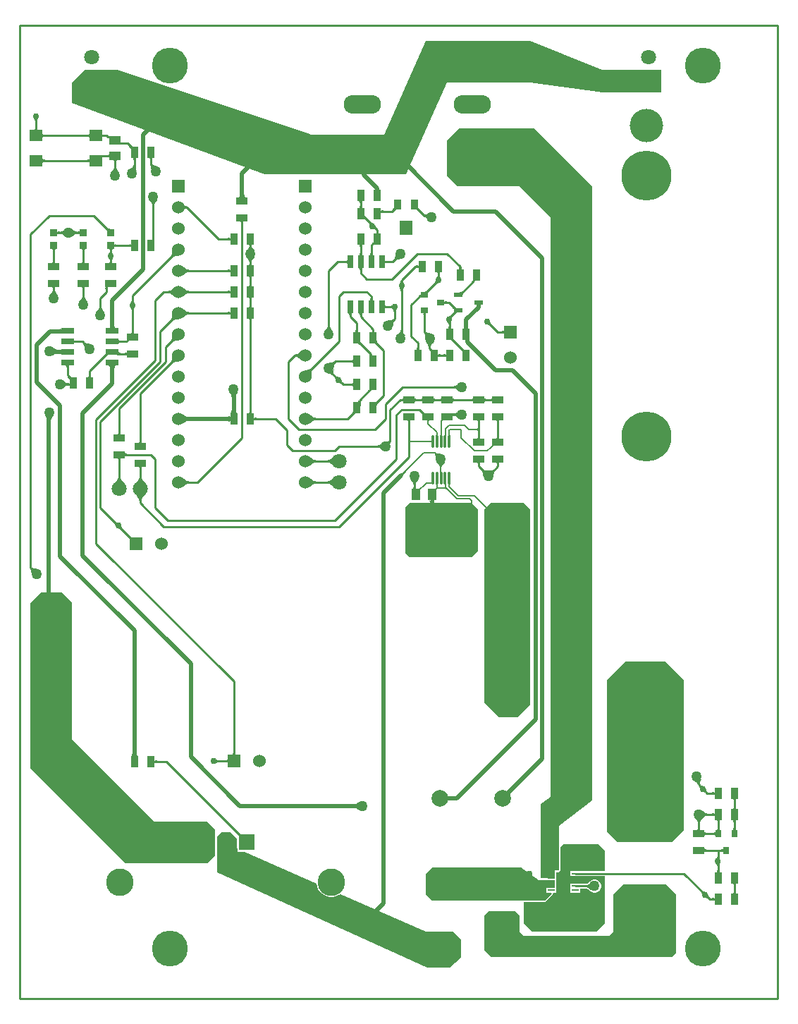
<source format=gtl>
G04*
G04 #@! TF.GenerationSoftware,Altium Limited,Altium Designer,22.1.2 (22)*
G04*
G04 Layer_Physical_Order=1*
G04 Layer_Color=255*
%FSLAX25Y25*%
%MOIN*%
G70*
G04*
G04 #@! TF.SameCoordinates,1FBEEAC3-0BD1-4FD0-85FF-EBB5E8CC558E*
G04*
G04*
G04 #@! TF.FilePolarity,Positive*
G04*
G01*
G75*
%ADD12C,0.01000*%
%ADD13C,0.00600*%
%ADD18C,0.02000*%
%ADD19C,0.01500*%
%ADD23C,0.03000*%
%ADD24R,0.03543X0.03150*%
%ADD25R,0.03543X0.05315*%
%ADD26R,0.06572X0.09800*%
%ADD27R,0.03535X0.01003*%
%ADD28R,0.05512X0.04134*%
%ADD29R,0.04134X0.05512*%
G04:AMPARAMS|DCode=30|XSize=57.09mil|YSize=11.81mil|CornerRadius=2.95mil|HoleSize=0mil|Usage=FLASHONLY|Rotation=270.000|XOffset=0mil|YOffset=0mil|HoleType=Round|Shape=RoundedRectangle|*
%AMROUNDEDRECTD30*
21,1,0.05709,0.00591,0,0,270.0*
21,1,0.05118,0.01181,0,0,270.0*
1,1,0.00591,-0.00295,-0.02559*
1,1,0.00591,-0.00295,0.02559*
1,1,0.00591,0.00295,0.02559*
1,1,0.00591,0.00295,-0.02559*
%
%ADD30ROUNDEDRECTD30*%
%ADD31R,0.05900X0.06700*%
%ADD32R,0.03700X0.04500*%
%ADD33R,0.05315X0.03543*%
%ADD34R,0.03150X0.03543*%
%ADD35R,0.03740X0.03543*%
%ADD36R,0.06299X0.05512*%
%ADD37R,0.06102X0.02559*%
%ADD38R,0.03937X0.02362*%
%ADD39R,0.05709X0.06890*%
%ADD40R,0.02559X0.06102*%
%ADD76R,0.06024X0.06024*%
%ADD77C,0.06024*%
%ADD78C,0.15748*%
%ADD79O,0.19685X0.09843*%
%ADD80O,0.17717X0.08858*%
%ADD81C,0.16929*%
%ADD82C,0.08000*%
%ADD83C,0.07087*%
%ADD84C,0.06890*%
%ADD85R,0.07559X0.07559*%
%ADD86C,0.07559*%
%ADD87C,0.13000*%
%ADD88C,0.07874*%
%ADD89C,0.09449*%
%ADD90R,0.06000X0.06000*%
%ADD91C,0.06000*%
%ADD92R,0.06000X0.06000*%
%ADD93C,0.05000*%
%ADD94C,0.23622*%
G36*
X8456Y415789D02*
X8371Y415687D01*
X8296Y415578D01*
X8231Y415460D01*
X8176Y415334D01*
X8131Y415201D01*
X8096Y415059D01*
X8071Y414909D01*
X8056Y414752D01*
X8051Y414586D01*
X7051D01*
X7046Y414752D01*
X7031Y414909D01*
X7006Y415059D01*
X6971Y415201D01*
X6926Y415334D01*
X6871Y415460D01*
X6806Y415578D01*
X6731Y415687D01*
X6646Y415789D01*
X6551Y415882D01*
X8551D01*
X8456Y415789D01*
D02*
G37*
G36*
X8056Y411418D02*
X8071Y411246D01*
X8096Y411094D01*
X8131Y410962D01*
X8176Y410851D01*
X8231Y410760D01*
X8296Y410689D01*
X8371Y410639D01*
X8456Y410608D01*
X8551Y410598D01*
X6551D01*
X6646Y410608D01*
X6731Y410639D01*
X6806Y410689D01*
X6871Y410760D01*
X6926Y410851D01*
X6971Y410962D01*
X7006Y411094D01*
X7031Y411246D01*
X7046Y411418D01*
X7051Y411610D01*
X8051D01*
X8056Y411418D01*
D02*
G37*
G36*
X275131Y438976D02*
X303150D01*
Y428150D01*
X275590D01*
X241142Y433071D01*
X201772D01*
X182512Y389764D01*
X115485D01*
X24606Y423228D01*
Y433071D01*
X30512Y438976D01*
X46260D01*
X137795Y408465D01*
X172272D01*
X191929Y452756D01*
X241142D01*
X275131Y438976D01*
D02*
G37*
G36*
X39033Y408771D02*
X39064Y408686D01*
X39114Y408611D01*
X39185Y408546D01*
X39276Y408491D01*
X39388Y408446D01*
X39519Y408411D01*
X39671Y408386D01*
X39843Y408371D01*
X40035Y408366D01*
Y407366D01*
X39843Y407361D01*
X39671Y407346D01*
X39519Y407321D01*
X39388Y407286D01*
X39276Y407241D01*
X39185Y407186D01*
X39114Y407121D01*
X39064Y407046D01*
X39033Y406961D01*
X39023Y406866D01*
Y408866D01*
X39033Y408771D01*
D02*
G37*
G36*
X32772Y406866D02*
X32762Y406961D01*
X32732Y407046D01*
X32681Y407121D01*
X32610Y407186D01*
X32519Y407241D01*
X32408Y407286D01*
X32276Y407321D01*
X32124Y407346D01*
X31952Y407361D01*
X31760Y407366D01*
Y408366D01*
X31952Y408371D01*
X32124Y408386D01*
X32276Y408411D01*
X32408Y408446D01*
X32519Y408491D01*
X32610Y408546D01*
X32681Y408611D01*
X32732Y408686D01*
X32762Y408771D01*
X32772Y408866D01*
Y406866D01*
D02*
G37*
G36*
X10687Y408771D02*
X10717Y408686D01*
X10768Y408611D01*
X10839Y408546D01*
X10930Y408491D01*
X11041Y408446D01*
X11173Y408411D01*
X11325Y408386D01*
X11496Y408371D01*
X11689Y408366D01*
Y407366D01*
X11496Y407361D01*
X11325Y407346D01*
X11173Y407321D01*
X11041Y407286D01*
X10930Y407241D01*
X10839Y407186D01*
X10768Y407121D01*
X10717Y407046D01*
X10687Y406961D01*
X10677Y406866D01*
Y408866D01*
X10687Y408771D01*
D02*
G37*
G36*
X42268Y406480D02*
X42260Y406524D01*
X42238Y406563D01*
X42200Y406598D01*
X42148Y406627D01*
X42081Y406653D01*
X42000Y406673D01*
X41904Y406690D01*
X41793Y406701D01*
X41526Y406710D01*
Y407710D01*
X41665Y407711D01*
X42139Y407741D01*
X42190Y407752D01*
X42227Y407764D01*
X42249Y407779D01*
X42256Y407795D01*
X42268Y406480D01*
D02*
G37*
G36*
X47743Y405078D02*
X47774Y404993D01*
X47825Y404918D01*
X47896Y404853D01*
X47987Y404798D01*
X48098Y404753D01*
X48230Y404718D01*
X48381Y404693D01*
X48552Y404678D01*
X48744Y404673D01*
Y403673D01*
X47744Y403685D01*
X47732Y405173D01*
X47743Y405078D01*
D02*
G37*
G36*
X52509Y403153D02*
X52879Y402840D01*
X53042Y402726D01*
X53190Y402639D01*
X53325Y402582D01*
X53444Y402552D01*
X53550Y402551D01*
X53641Y402578D01*
X53718Y402633D01*
X52315Y401231D01*
X52371Y401308D01*
X52398Y401399D01*
X52397Y401505D01*
X52367Y401624D01*
X52309Y401759D01*
X52223Y401907D01*
X52109Y402070D01*
X51966Y402248D01*
X51596Y402645D01*
X52303Y403353D01*
X52509Y403153D01*
D02*
G37*
G36*
X42268Y397220D02*
X42258Y397316D01*
X42228Y397400D01*
X42177Y397476D01*
X42106Y397540D01*
X42015Y397596D01*
X41904Y397640D01*
X41772Y397675D01*
X41620Y397701D01*
X41448Y397715D01*
X41256Y397721D01*
Y398721D01*
X41448Y398726D01*
X41620Y398741D01*
X41772Y398765D01*
X41904Y398800D01*
X42015Y398846D01*
X42106Y398901D01*
X42177Y398966D01*
X42228Y399041D01*
X42258Y399126D01*
X42268Y399220D01*
Y397220D01*
D02*
G37*
G36*
X39045Y398784D02*
X39075Y398771D01*
X39125Y398759D01*
X39195Y398749D01*
X39395Y398733D01*
X40035Y398721D01*
Y397721D01*
X39844Y397715D01*
X39672Y397701D01*
X39521Y397675D01*
X39389Y397640D01*
X39278Y397596D01*
X39187Y397540D01*
X39116Y397476D01*
X39065Y397400D01*
X39034Y397316D01*
X39023Y397220D01*
X39035Y398799D01*
X39045Y398784D01*
D02*
G37*
G36*
X62842Y397356D02*
X62757Y397326D01*
X62682Y397275D01*
X62617Y397205D01*
X62562Y397113D01*
X62517Y397002D01*
X62482Y396871D01*
X62457Y396719D01*
X62442Y396547D01*
X62437Y396355D01*
X61437D01*
X61432Y396547D01*
X61417Y396719D01*
X61392Y396871D01*
X61357Y397002D01*
X61312Y397113D01*
X61257Y397205D01*
X61192Y397275D01*
X61117Y397326D01*
X61032Y397356D01*
X60937Y397366D01*
X62937D01*
X62842Y397356D01*
D02*
G37*
G36*
X54968D02*
X54883Y397326D01*
X54808Y397275D01*
X54743Y397205D01*
X54688Y397113D01*
X54643Y397002D01*
X54608Y396871D01*
X54583Y396719D01*
X54568Y396547D01*
X54563Y396355D01*
X53563D01*
X53558Y396547D01*
X53543Y396719D01*
X53518Y396871D01*
X53483Y397002D01*
X53438Y397113D01*
X53383Y397205D01*
X53318Y397275D01*
X53243Y397326D01*
X53158Y397356D01*
X53063Y397366D01*
X55063D01*
X54968Y397356D01*
D02*
G37*
G36*
X45905Y396207D02*
X45820Y396176D01*
X45745Y396126D01*
X45680Y396055D01*
X45625Y395964D01*
X45580Y395853D01*
X45545Y395721D01*
X45520Y395569D01*
X45505Y395397D01*
X45500Y395205D01*
X44500D01*
X44495Y395397D01*
X44480Y395569D01*
X44455Y395721D01*
X44420Y395853D01*
X44375Y395964D01*
X44320Y396055D01*
X44255Y396126D01*
X44180Y396176D01*
X44095Y396207D01*
X44000Y396217D01*
X46000D01*
X45905Y396207D01*
D02*
G37*
G36*
X32772Y395055D02*
X32762Y395150D01*
X32732Y395235D01*
X32681Y395310D01*
X32610Y395375D01*
X32519Y395430D01*
X32408Y395475D01*
X32276Y395510D01*
X32124Y395535D01*
X31952Y395550D01*
X31760Y395555D01*
Y396555D01*
X31952Y396560D01*
X32124Y396575D01*
X32276Y396600D01*
X32408Y396635D01*
X32519Y396680D01*
X32610Y396735D01*
X32681Y396800D01*
X32732Y396875D01*
X32762Y396960D01*
X32772Y397055D01*
Y395055D01*
D02*
G37*
G36*
X10687Y396960D02*
X10717Y396875D01*
X10768Y396800D01*
X10839Y396735D01*
X10930Y396680D01*
X11041Y396635D01*
X11173Y396600D01*
X11325Y396575D01*
X11496Y396560D01*
X11689Y396555D01*
Y395555D01*
X11496Y395550D01*
X11325Y395535D01*
X11173Y395510D01*
X11041Y395475D01*
X10930Y395430D01*
X10839Y395375D01*
X10768Y395310D01*
X10717Y395235D01*
X10687Y395150D01*
X10677Y395055D01*
Y397055D01*
X10687Y396960D01*
D02*
G37*
G36*
X62541Y394400D02*
X62693Y394286D01*
X62869Y394175D01*
X63069Y394065D01*
X63292Y393957D01*
X63811Y393747D01*
X64424Y393545D01*
X64766Y393446D01*
X61758Y391902D01*
X61847Y392166D01*
X61911Y392417D01*
X61953Y392653D01*
X61970Y392877D01*
X61965Y393086D01*
X61935Y393282D01*
X61883Y393465D01*
X61806Y393634D01*
X61707Y393789D01*
X61584Y393931D01*
X62413Y394516D01*
X62541Y394400D01*
D02*
G37*
G36*
X54563Y393763D02*
X54571Y393576D01*
X54594Y393368D01*
X54632Y393137D01*
X54755Y392609D01*
X54939Y391993D01*
X55331Y390903D01*
X52175Y392360D01*
X52439Y392463D01*
X52675Y392578D01*
X52883Y392705D01*
X53063Y392845D01*
X53216Y392997D01*
X53341Y393160D01*
X53438Y393336D01*
X53508Y393524D01*
X53549Y393724D01*
X53563Y393936D01*
X54563Y393763D01*
D02*
G37*
G36*
X45513Y392759D02*
X45550Y392563D01*
X45612Y392360D01*
X45700Y392153D01*
X45812Y391939D01*
X45950Y391720D01*
X46112Y391495D01*
X46300Y391264D01*
X46750Y390785D01*
X43250D01*
X43488Y391027D01*
X43887Y391495D01*
X44050Y391720D01*
X44188Y391939D01*
X44300Y392153D01*
X44388Y392360D01*
X44450Y392563D01*
X44488Y392759D01*
X44500Y392950D01*
X45500D01*
X45513Y392759D01*
D02*
G37*
G36*
X106010Y380314D02*
X106040Y379972D01*
X106090Y379671D01*
X106160Y379409D01*
X106250Y379188D01*
X106360Y379007D01*
X106490Y378866D01*
X106640Y378765D01*
X106810Y378705D01*
X107000Y378685D01*
X103000D01*
X103190Y378705D01*
X103360Y378765D01*
X103510Y378866D01*
X103640Y379007D01*
X103750Y379188D01*
X103840Y379409D01*
X103910Y379671D01*
X103960Y379972D01*
X103990Y380314D01*
X104000Y380697D01*
X106000D01*
X106010Y380314D01*
D02*
G37*
G36*
X161968Y376856D02*
X161883Y376826D01*
X161808Y376775D01*
X161743Y376705D01*
X161688Y376613D01*
X161643Y376502D01*
X161608Y376371D01*
X161583Y376219D01*
X161568Y376047D01*
X161563Y375854D01*
X160563D01*
X160558Y376047D01*
X160543Y376219D01*
X160518Y376371D01*
X160483Y376502D01*
X160438Y376613D01*
X160383Y376705D01*
X160318Y376775D01*
X160243Y376826D01*
X160158Y376856D01*
X160063Y376867D01*
X162063D01*
X161968Y376856D01*
D02*
G37*
G36*
X64512Y376973D02*
X64113Y376505D01*
X63950Y376280D01*
X63813Y376061D01*
X63700Y375847D01*
X63613Y375640D01*
X63550Y375437D01*
X63512Y375241D01*
X63500Y375050D01*
X62500D01*
X62488Y375241D01*
X62450Y375437D01*
X62388Y375640D01*
X62300Y375847D01*
X62187Y376061D01*
X62050Y376280D01*
X61888Y376505D01*
X61700Y376736D01*
X61250Y377215D01*
X64750D01*
X64512Y376973D01*
D02*
G37*
G36*
X161568Y374453D02*
X161583Y374281D01*
X161608Y374129D01*
X161643Y373998D01*
X161688Y373886D01*
X161743Y373795D01*
X161808Y373725D01*
X161883Y373674D01*
X161968Y373644D01*
X162063Y373634D01*
X160063D01*
X160158Y373644D01*
X160243Y373674D01*
X160318Y373725D01*
X160383Y373795D01*
X160438Y373886D01*
X160483Y373998D01*
X160518Y374129D01*
X160543Y374281D01*
X160558Y374453D01*
X160563Y374645D01*
X161563D01*
X161568Y374453D01*
D02*
G37*
G36*
X178120Y372919D02*
X178043Y372974D01*
X177952Y373001D01*
X177846Y373000D01*
X177726Y372970D01*
X177592Y372913D01*
X177444Y372826D01*
X177281Y372712D01*
X177103Y372569D01*
X176705Y372199D01*
X175998Y372906D01*
X176197Y373113D01*
X176511Y373482D01*
X176625Y373645D01*
X176711Y373793D01*
X176769Y373928D01*
X176799Y374047D01*
X176800Y374153D01*
X176773Y374244D01*
X176717Y374321D01*
X178120Y372919D01*
D02*
G37*
G36*
X77843Y375029D02*
X77918Y374918D01*
X78006Y374820D01*
X78107Y374735D01*
X78222Y374663D01*
X78351Y374605D01*
X78493Y374559D01*
X78648Y374526D01*
X78817Y374506D01*
X79000Y374500D01*
Y373500D01*
X78817Y373494D01*
X78648Y373474D01*
X78493Y373441D01*
X78351Y373395D01*
X78222Y373337D01*
X78107Y373265D01*
X78006Y373180D01*
X77918Y373082D01*
X77843Y372971D01*
X77782Y372847D01*
Y375153D01*
X77843Y375029D01*
D02*
G37*
G36*
X188188Y374244D02*
X188161Y374153D01*
X188162Y374047D01*
X188192Y373928D01*
X188249Y373793D01*
X188335Y373645D01*
X188450Y373482D01*
X188592Y373304D01*
X188962Y372906D01*
X188255Y372199D01*
X188049Y372399D01*
X187680Y372712D01*
X187517Y372826D01*
X187368Y372913D01*
X187234Y372970D01*
X187114Y373000D01*
X187009Y373001D01*
X186918Y372974D01*
X186841Y372919D01*
X188243Y374321D01*
X188188Y374244D01*
D02*
G37*
G36*
X170695Y372905D02*
X170725Y372820D01*
X170776Y372745D01*
X170847Y372680D01*
X170938Y372625D01*
X171049Y372580D01*
X171180Y372545D01*
X171332Y372520D01*
X171504Y372505D01*
X171697Y372500D01*
Y371500D01*
X171504Y371495D01*
X171332Y371480D01*
X171180Y371455D01*
X171049Y371420D01*
X170938Y371375D01*
X170847Y371320D01*
X170776Y371255D01*
X170725Y371180D01*
X170695Y371095D01*
X170685Y371000D01*
Y373000D01*
X170695Y372905D01*
D02*
G37*
G36*
X192125Y368755D02*
X192094Y368889D01*
X192048Y369008D01*
X191990Y369114D01*
X191918Y369205D01*
X191832Y369283D01*
X191733Y369346D01*
X191621Y369395D01*
X191495Y369430D01*
X191356Y369451D01*
X191203Y369458D01*
Y370458D01*
X191418Y370463D01*
X191621Y370479D01*
X191813Y370505D01*
X191993Y370542D01*
X192163Y370589D01*
X192321Y370647D01*
X192468Y370715D01*
X192604Y370794D01*
X192728Y370884D01*
X192842Y370983D01*
X192125Y368755D01*
D02*
G37*
G36*
X162819Y370629D02*
X162840Y370489D01*
X162877Y370348D01*
X162927Y370207D01*
X162992Y370066D01*
X163071Y369924D01*
X163164Y369782D01*
X163272Y369640D01*
X163394Y369497D01*
X163530Y369355D01*
Y367940D01*
X163448Y368019D01*
X163292Y368152D01*
X163218Y368205D01*
X163146Y368251D01*
X163076Y368288D01*
X163009Y368317D01*
X162945Y368338D01*
X162882Y368350D01*
X162823Y368355D01*
X162811Y370769D01*
X162819Y370629D01*
D02*
G37*
G36*
X105905Y367293D02*
X105820Y367263D01*
X105745Y367213D01*
X105680Y367143D01*
X105625Y367053D01*
X105580Y366943D01*
X105545Y366813D01*
X105520Y366663D01*
X105505Y366493D01*
X105500Y366303D01*
X104500D01*
X104495Y366493D01*
X104480Y366663D01*
X104455Y366813D01*
X104420Y366943D01*
X104375Y367053D01*
X104320Y367143D01*
X104255Y367213D01*
X104180Y367263D01*
X104095Y367293D01*
X104000Y367303D01*
X106000D01*
X105905Y367293D01*
D02*
G37*
G36*
X165916Y366987D02*
X166035Y366891D01*
X166277Y366723D01*
X166399Y366651D01*
X166522Y366588D01*
X166647Y366532D01*
X166772Y366485D01*
X166899Y366446D01*
X166954Y365454D01*
X165107Y365557D01*
X165145Y365673D01*
X165165Y365789D01*
X165169Y365906D01*
X165155Y366025D01*
X165125Y366144D01*
X165077Y366264D01*
X165013Y366385D01*
X164931Y366506D01*
X164833Y366629D01*
X164717Y366753D01*
X165681Y367203D01*
X165916Y366987D01*
D02*
G37*
G36*
X167946Y365399D02*
X167985Y365272D01*
X168032Y365147D01*
X168088Y365022D01*
X168151Y364899D01*
X168223Y364776D01*
X168391Y364535D01*
X168487Y364416D01*
X168703Y364181D01*
X168253Y363217D01*
X168129Y363333D01*
X168006Y363431D01*
X167885Y363513D01*
X167764Y363577D01*
X167644Y363625D01*
X167525Y363655D01*
X167406Y363669D01*
X167289Y363665D01*
X167173Y363645D01*
X167057Y363607D01*
X166954Y365454D01*
X167946Y365399D01*
D02*
G37*
G36*
X41347Y364320D02*
X41715Y364009D01*
X41877Y363896D01*
X42026Y363811D01*
X42160Y363754D01*
X42280Y363726D01*
X42386D01*
X42478Y363754D01*
X42556Y363811D01*
X41142Y362397D01*
X41199Y362474D01*
X41227Y362566D01*
Y362672D01*
X41199Y362793D01*
X41142Y362927D01*
X41057Y363075D01*
X40944Y363238D01*
X40802Y363415D01*
X40435Y363811D01*
X41142Y364518D01*
X41347Y364320D01*
D02*
G37*
G36*
X169505Y362453D02*
X169520Y362281D01*
X169545Y362129D01*
X169580Y361998D01*
X169625Y361887D01*
X169680Y361795D01*
X169745Y361725D01*
X169820Y361674D01*
X169905Y361644D01*
X170000Y361633D01*
X168000D01*
X168095Y361644D01*
X168180Y361674D01*
X168255Y361725D01*
X168320Y361795D01*
X168375Y361887D01*
X168420Y361998D01*
X168455Y362129D01*
X168480Y362281D01*
X168495Y362453D01*
X168500Y362646D01*
X169500D01*
X169505Y362453D01*
D02*
G37*
G36*
X28154Y361051D02*
X28144Y361146D01*
X28113Y361231D01*
X28063Y361306D01*
X27992Y361371D01*
X27901Y361426D01*
X27790Y361471D01*
X27658Y361506D01*
X27506Y361531D01*
X27334Y361546D01*
X27142Y361551D01*
Y362551D01*
X27334Y362556D01*
X27506Y362571D01*
X27658Y362596D01*
X27790Y362631D01*
X27901Y362676D01*
X27992Y362731D01*
X28063Y362796D01*
X28113Y362871D01*
X28144Y362956D01*
X28154Y363051D01*
Y361051D01*
D02*
G37*
G36*
X17856Y362956D02*
X17887Y362871D01*
X17937Y362796D01*
X18008Y362731D01*
X18099Y362676D01*
X18210Y362631D01*
X18342Y362596D01*
X18494Y362571D01*
X18666Y362556D01*
X18858Y362551D01*
Y361551D01*
X18666Y361546D01*
X18494Y361531D01*
X18342Y361506D01*
X18210Y361471D01*
X18099Y361426D01*
X18008Y361371D01*
X17937Y361306D01*
X17887Y361231D01*
X17856Y361146D01*
X17846Y361051D01*
Y363051D01*
X17856Y362956D01*
D02*
G37*
G36*
X24922Y363519D02*
X25426Y363137D01*
X25665Y362981D01*
X25894Y362850D01*
X26115Y362742D01*
X26326Y362659D01*
X26528Y362599D01*
X26722Y362563D01*
X26906Y362551D01*
X26979Y361551D01*
X26783Y361538D01*
X26585Y361499D01*
X26384Y361435D01*
X26181Y361344D01*
X25975Y361227D01*
X25766Y361085D01*
X25555Y360916D01*
X25341Y360721D01*
X25124Y360501D01*
X24905Y360255D01*
X24656Y363746D01*
X24922Y363519D01*
D02*
G37*
G36*
X21094Y360255D02*
X20876Y360501D01*
X20445Y360916D01*
X20234Y361085D01*
X20026Y361227D01*
X19819Y361344D01*
X19616Y361435D01*
X19415Y361499D01*
X19217Y361538D01*
X19021Y361551D01*
X19094Y362551D01*
X19278Y362563D01*
X19471Y362599D01*
X19674Y362659D01*
X19885Y362742D01*
X20106Y362850D01*
X20335Y362981D01*
X20574Y363137D01*
X21078Y363519D01*
X21344Y363746D01*
X21094Y360255D01*
D02*
G37*
G36*
X63502Y359455D02*
X63532Y359005D01*
X63549Y358895D01*
X63571Y358805D01*
X63596Y358735D01*
X63626Y358685D01*
X63659Y358656D01*
X63697Y358646D01*
X62000Y358633D01*
X62095Y358644D01*
X62180Y358675D01*
X62255Y358726D01*
X62320Y358797D01*
X62375Y358888D01*
X62420Y358999D01*
X62455Y359131D01*
X62480Y359282D01*
X62495Y359454D01*
X62500Y359646D01*
X63500D01*
X63502Y359455D01*
D02*
G37*
G36*
X99315Y358000D02*
X99305Y358095D01*
X99275Y358180D01*
X99224Y358255D01*
X99153Y358320D01*
X99062Y358375D01*
X98951Y358420D01*
X98820Y358455D01*
X98668Y358480D01*
X98496Y358495D01*
X98303Y358500D01*
Y359500D01*
X98496Y359505D01*
X98668Y359520D01*
X98820Y359545D01*
X98951Y359580D01*
X99062Y359625D01*
X99153Y359680D01*
X99224Y359745D01*
X99275Y359820D01*
X99305Y359905D01*
X99315Y360000D01*
Y358000D01*
D02*
G37*
G36*
X161968Y356356D02*
X161883Y356326D01*
X161808Y356275D01*
X161743Y356205D01*
X161688Y356114D01*
X161643Y356002D01*
X161608Y355871D01*
X161583Y355719D01*
X161568Y355547D01*
X161563Y355354D01*
X160563D01*
X160558Y355547D01*
X160543Y355719D01*
X160518Y355871D01*
X160483Y356002D01*
X160438Y356114D01*
X160383Y356205D01*
X160318Y356275D01*
X160243Y356326D01*
X160158Y356356D01*
X160063Y356366D01*
X162063D01*
X161968Y356356D01*
D02*
G37*
G36*
X52303Y354949D02*
X52293Y355044D01*
X52263Y355129D01*
X52213Y355204D01*
X52143Y355269D01*
X52053Y355324D01*
X51943Y355369D01*
X51813Y355404D01*
X51663Y355429D01*
X51493Y355444D01*
X51303Y355449D01*
Y356449D01*
X51493Y356454D01*
X51663Y356469D01*
X51813Y356494D01*
X51943Y356529D01*
X52053Y356574D01*
X52143Y356629D01*
X52213Y356694D01*
X52263Y356769D01*
X52293Y356854D01*
X52303Y356949D01*
Y354949D01*
D02*
G37*
G36*
X44856Y356854D02*
X44887Y356769D01*
X44937Y356694D01*
X45008Y356629D01*
X45099Y356574D01*
X45210Y356529D01*
X45342Y356494D01*
X45494Y356469D01*
X45666Y356454D01*
X45858Y356449D01*
Y355449D01*
X45666Y355444D01*
X45494Y355429D01*
X45342Y355404D01*
X45210Y355369D01*
X45099Y355324D01*
X45008Y355269D01*
X44937Y355204D01*
X44887Y355129D01*
X44856Y355044D01*
X44846Y354949D01*
Y356949D01*
X44856Y356854D01*
D02*
G37*
G36*
X30905Y354191D02*
X30820Y354161D01*
X30745Y354110D01*
X30680Y354039D01*
X30625Y353948D01*
X30580Y353837D01*
X30545Y353705D01*
X30520Y353554D01*
X30505Y353381D01*
X30500Y353189D01*
X29500D01*
X29495Y353381D01*
X29480Y353554D01*
X29455Y353705D01*
X29420Y353837D01*
X29375Y353948D01*
X29320Y354039D01*
X29255Y354110D01*
X29180Y354161D01*
X29095Y354191D01*
X29000Y354201D01*
X31000D01*
X30905Y354191D01*
D02*
G37*
G36*
X16905D02*
X16820Y354161D01*
X16745Y354110D01*
X16680Y354039D01*
X16625Y353948D01*
X16580Y353837D01*
X16545Y353705D01*
X16520Y353554D01*
X16505Y353381D01*
X16500Y353189D01*
X15500D01*
X15495Y353381D01*
X15480Y353554D01*
X15455Y353705D01*
X15420Y353837D01*
X15375Y353948D01*
X15320Y354039D01*
X15255Y354110D01*
X15180Y354161D01*
X15095Y354191D01*
X15000Y354201D01*
X17000D01*
X16905Y354191D01*
D02*
G37*
G36*
X109842Y356356D02*
X109757Y356326D01*
X109682Y356275D01*
X109617Y356205D01*
X109562Y356114D01*
X109517Y356002D01*
X109482Y355871D01*
X109458Y355725D01*
X109488Y355572D01*
X109551Y355370D01*
X109640Y355164D01*
X109754Y354953D01*
X109893Y354737D01*
X110058Y354517D01*
X110248Y354292D01*
X110705Y353829D01*
X108912Y352000D01*
X107206Y353741D01*
X107439Y353991D01*
X107834Y354471D01*
X107994Y354701D01*
X108129Y354924D01*
X108240Y355140D01*
X108326Y355349D01*
X108388Y355552D01*
X108418Y355710D01*
X108417Y355719D01*
X108392Y355871D01*
X108357Y356002D01*
X108312Y356114D01*
X108257Y356205D01*
X108192Y356275D01*
X108117Y356326D01*
X108032Y356356D01*
X107937Y356366D01*
X109937D01*
X109842Y356356D01*
D02*
G37*
G36*
X166568Y352038D02*
X166583Y351868D01*
X166608Y351718D01*
X166643Y351588D01*
X166688Y351478D01*
X166743Y351388D01*
X166808Y351318D01*
X166883Y351268D01*
X166968Y351238D01*
X167063Y351228D01*
X165063D01*
X165158Y351238D01*
X165243Y351268D01*
X165318Y351318D01*
X165383Y351388D01*
X165438Y351478D01*
X165483Y351588D01*
X165518Y351718D01*
X165543Y351868D01*
X165558Y352038D01*
X165563Y352228D01*
X166563D01*
X166568Y352038D01*
D02*
G37*
G36*
X161568D02*
X161583Y351868D01*
X161608Y351718D01*
X161643Y351588D01*
X161688Y351478D01*
X161743Y351388D01*
X161808Y351318D01*
X161883Y351268D01*
X161968Y351238D01*
X162063Y351228D01*
X160063D01*
X160158Y351238D01*
X160243Y351268D01*
X160318Y351318D01*
X160383Y351388D01*
X160438Y351478D01*
X160483Y351588D01*
X160518Y351718D01*
X160543Y351868D01*
X160558Y352038D01*
X160563Y352228D01*
X161563D01*
X161568Y352038D01*
D02*
G37*
G36*
X74970Y350988D02*
X74535Y350985D01*
X73755Y350933D01*
X73410Y350884D01*
X73095Y350820D01*
X72811Y350740D01*
X72557Y350645D01*
X72333Y350535D01*
X72139Y350409D01*
X71976Y350269D01*
X71268Y350976D01*
X71409Y351139D01*
X71535Y351333D01*
X71645Y351557D01*
X71740Y351811D01*
X71820Y352095D01*
X71884Y352410D01*
X71933Y352755D01*
X71985Y353535D01*
X71988Y353970D01*
X74970Y350988D01*
D02*
G37*
G36*
X179975Y349500D02*
X179636Y349497D01*
X179023Y349449D01*
X178749Y349405D01*
X178496Y349347D01*
X178266Y349276D01*
X178057Y349191D01*
X177870Y349092D01*
X177705Y348980D01*
X177561Y348854D01*
X176854Y349561D01*
X176980Y349705D01*
X177092Y349870D01*
X177191Y350057D01*
X177276Y350266D01*
X177347Y350496D01*
X177405Y350749D01*
X177449Y351023D01*
X177480Y351318D01*
X177500Y351975D01*
X179975Y349500D01*
D02*
G37*
G36*
X110705Y350171D02*
X110248Y349708D01*
X110058Y349483D01*
X109893Y349263D01*
X109754Y349047D01*
X109640Y348836D01*
X109551Y348630D01*
X109488Y348428D01*
X109450Y348231D01*
X109437Y348039D01*
X108437Y348064D01*
X108425Y348253D01*
X108388Y348448D01*
X108326Y348651D01*
X108240Y348860D01*
X108129Y349076D01*
X107994Y349299D01*
X107834Y349529D01*
X107439Y350009D01*
X107206Y350259D01*
X108912Y352000D01*
X110705Y350171D01*
D02*
G37*
G36*
X30505Y348507D02*
X30520Y348337D01*
X30545Y348187D01*
X30580Y348057D01*
X30625Y347947D01*
X30680Y347857D01*
X30745Y347787D01*
X30820Y347737D01*
X30905Y347707D01*
X31000Y347697D01*
X29000D01*
X29095Y347707D01*
X29180Y347737D01*
X29255Y347787D01*
X29320Y347857D01*
X29375Y347947D01*
X29420Y348057D01*
X29455Y348187D01*
X29480Y348337D01*
X29495Y348507D01*
X29500Y348697D01*
X30500D01*
X30505Y348507D01*
D02*
G37*
G36*
X16505D02*
X16520Y348337D01*
X16545Y348187D01*
X16580Y348057D01*
X16625Y347947D01*
X16680Y347857D01*
X16745Y347787D01*
X16820Y347737D01*
X16905Y347707D01*
X17000Y347697D01*
X15000D01*
X15095Y347707D01*
X15180Y347737D01*
X15255Y347787D01*
X15320Y347857D01*
X15375Y347947D01*
X15420Y348057D01*
X15455Y348187D01*
X15480Y348337D01*
X15495Y348507D01*
X15500Y348697D01*
X16500D01*
X16505Y348507D01*
D02*
G37*
G36*
X43905Y354191D02*
X43820Y354161D01*
X43745Y354110D01*
X43680Y354039D01*
X43625Y353948D01*
X43580Y353837D01*
X43545Y353705D01*
X43520Y353554D01*
X43505Y353381D01*
X43502Y353279D01*
X43505Y353191D01*
X43520Y353034D01*
X43545Y352884D01*
X43580Y352742D01*
X43625Y352609D01*
X43680Y352483D01*
X43745Y352365D01*
X43820Y352256D01*
X43905Y352154D01*
X44000Y352061D01*
X43000Y350943D01*
X44000Y349825D01*
X43905Y349731D01*
X43820Y349630D01*
X43745Y349520D01*
X43680Y349403D01*
X43625Y349277D01*
X43580Y349144D01*
X43545Y349002D01*
X43520Y348852D01*
X43505Y348694D01*
X43502Y348606D01*
X43505Y348504D01*
X43520Y348332D01*
X43545Y348181D01*
X43580Y348049D01*
X43625Y347938D01*
X43680Y347847D01*
X43745Y347776D01*
X43820Y347725D01*
X43905Y347695D01*
X44000Y347685D01*
X42000D01*
X42095Y347695D01*
X42180Y347725D01*
X42255Y347776D01*
X42320Y347847D01*
X42375Y347938D01*
X42420Y348049D01*
X42455Y348181D01*
X42480Y348332D01*
X42495Y348504D01*
X42498Y348606D01*
X42495Y348694D01*
X42480Y348852D01*
X42455Y349002D01*
X42420Y349144D01*
X42375Y349277D01*
X42320Y349403D01*
X42255Y349520D01*
X42180Y349630D01*
X42095Y349731D01*
X42000Y349825D01*
X43000Y350943D01*
X42000Y352061D01*
X42095Y352154D01*
X42180Y352256D01*
X42255Y352365D01*
X42320Y352483D01*
X42375Y352609D01*
X42420Y352742D01*
X42455Y352884D01*
X42480Y353034D01*
X42495Y353191D01*
X42498Y353279D01*
X42495Y353381D01*
X42480Y353554D01*
X42455Y353705D01*
X42420Y353837D01*
X42375Y353948D01*
X42320Y354039D01*
X42255Y354110D01*
X42180Y354161D01*
X42095Y354191D01*
X42000Y354201D01*
X44000D01*
X43905Y354191D01*
D02*
G37*
G36*
X172329Y349094D02*
X172359Y349009D01*
X172410Y348934D01*
X172480Y348869D01*
X172572Y348814D01*
X172683Y348769D01*
X172814Y348734D01*
X172966Y348709D01*
X173138Y348694D01*
X173330Y348689D01*
Y347689D01*
X173138Y347684D01*
X172966Y347669D01*
X172814Y347644D01*
X172683Y347609D01*
X172572Y347564D01*
X172480Y347509D01*
X172410Y347444D01*
X172359Y347369D01*
X172329Y347284D01*
X172318Y347189D01*
Y349189D01*
X172329Y349094D01*
D02*
G37*
G36*
X154807Y347189D02*
X154797Y347284D01*
X154767Y347369D01*
X154716Y347444D01*
X154646Y347509D01*
X154554Y347564D01*
X154443Y347609D01*
X154312Y347644D01*
X154160Y347669D01*
X153988Y347684D01*
X153796Y347689D01*
Y348689D01*
X153988Y348694D01*
X154160Y348709D01*
X154312Y348734D01*
X154443Y348769D01*
X154554Y348814D01*
X154646Y348869D01*
X154716Y348934D01*
X154767Y349009D01*
X154797Y349094D01*
X154807Y349189D01*
Y347189D01*
D02*
G37*
G36*
X109442Y347453D02*
X109457Y347281D01*
X109482Y347129D01*
X109517Y346998D01*
X109562Y346886D01*
X109617Y346795D01*
X109682Y346725D01*
X109757Y346674D01*
X109842Y346644D01*
X109937Y346634D01*
X107937D01*
X108032Y346644D01*
X108117Y346674D01*
X108192Y346725D01*
X108257Y346795D01*
X108312Y346886D01*
X108357Y346998D01*
X108392Y347129D01*
X108417Y347281D01*
X108432Y347453D01*
X108437Y347645D01*
X109437D01*
X109442Y347453D01*
D02*
G37*
G36*
X188315Y345000D02*
X188305Y345095D01*
X188275Y345180D01*
X188224Y345255D01*
X188153Y345320D01*
X188062Y345375D01*
X187951Y345420D01*
X187820Y345455D01*
X187668Y345480D01*
X187496Y345495D01*
X187303Y345500D01*
Y346500D01*
X187496Y346505D01*
X187668Y346520D01*
X187820Y346545D01*
X187951Y346580D01*
X188062Y346625D01*
X188153Y346680D01*
X188224Y346745D01*
X188275Y346820D01*
X188305Y346905D01*
X188315Y347000D01*
Y345000D01*
D02*
G37*
G36*
X208568Y345453D02*
X208583Y345281D01*
X208608Y345129D01*
X208643Y344998D01*
X208688Y344886D01*
X208743Y344795D01*
X208808Y344725D01*
X208883Y344674D01*
X208968Y344644D01*
X209063Y344634D01*
X207063D01*
X207158Y344644D01*
X207243Y344674D01*
X207318Y344725D01*
X207383Y344795D01*
X207438Y344886D01*
X207483Y344998D01*
X207518Y345129D01*
X207543Y345281D01*
X207558Y345453D01*
X207563Y345645D01*
X208563D01*
X208568Y345453D01*
D02*
G37*
G36*
X161968Y345152D02*
X161883Y345121D01*
X161808Y345071D01*
X161743Y345000D01*
X161688Y344909D01*
X161643Y344797D01*
X161608Y344666D01*
X161583Y344514D01*
X161568Y344342D01*
X161563Y344150D01*
X160563D01*
X160558Y344342D01*
X160543Y344514D01*
X160518Y344666D01*
X160483Y344797D01*
X160438Y344909D01*
X160383Y345000D01*
X160318Y345071D01*
X160243Y345121D01*
X160158Y345152D01*
X160063Y345162D01*
X162063D01*
X161968Y345152D01*
D02*
G37*
G36*
X99315Y343000D02*
X99305Y343095D01*
X99275Y343180D01*
X99224Y343255D01*
X99153Y343320D01*
X99062Y343375D01*
X98951Y343420D01*
X98820Y343455D01*
X98668Y343480D01*
X98496Y343495D01*
X98303Y343500D01*
Y344500D01*
X98496Y344505D01*
X98668Y344520D01*
X98820Y344545D01*
X98951Y344580D01*
X99062Y344625D01*
X99153Y344680D01*
X99224Y344745D01*
X99275Y344820D01*
X99305Y344905D01*
X99315Y345000D01*
Y343000D01*
D02*
G37*
G36*
X198842Y343356D02*
X198757Y343326D01*
X198682Y343275D01*
X198617Y343205D01*
X198562Y343113D01*
X198517Y343002D01*
X198482Y342871D01*
X198457Y342719D01*
X198442Y342547D01*
X198437Y342354D01*
X197437D01*
X197432Y342547D01*
X197417Y342719D01*
X197392Y342871D01*
X197357Y343002D01*
X197312Y343113D01*
X197257Y343205D01*
X197192Y343275D01*
X197117Y343326D01*
X197032Y343356D01*
X196937Y343367D01*
X198937D01*
X198842Y343356D01*
D02*
G37*
G36*
X77461Y345803D02*
X78049Y345288D01*
X78328Y345079D01*
X78596Y344902D01*
X78853Y344757D01*
X79100Y344645D01*
X79336Y344564D01*
X79562Y344516D01*
X79777Y344500D01*
Y343500D01*
X79562Y343484D01*
X79336Y343436D01*
X79100Y343355D01*
X78853Y343243D01*
X78596Y343098D01*
X78328Y342921D01*
X78049Y342712D01*
X77461Y342197D01*
X77151Y341892D01*
Y346108D01*
X77461Y345803D01*
D02*
G37*
G36*
X198442Y341863D02*
X198457Y341705D01*
X198482Y341555D01*
X198517Y341413D01*
X198562Y341280D01*
X198617Y341154D01*
X198682Y341037D01*
X198757Y340927D01*
X198842Y340826D01*
X198937Y340732D01*
X196937D01*
X197032Y340826D01*
X197117Y340927D01*
X197192Y341037D01*
X197257Y341154D01*
X197312Y341280D01*
X197357Y341413D01*
X197392Y341555D01*
X197417Y341705D01*
X197432Y341863D01*
X197437Y342028D01*
X198437D01*
X198442Y341863D01*
D02*
G37*
G36*
X109842Y341356D02*
X109757Y341326D01*
X109682Y341275D01*
X109617Y341205D01*
X109562Y341113D01*
X109517Y341002D01*
X109482Y340871D01*
X109457Y340719D01*
X109442Y340547D01*
X109437Y340354D01*
X108437D01*
X108432Y340547D01*
X108417Y340719D01*
X108392Y340871D01*
X108357Y341002D01*
X108312Y341113D01*
X108257Y341205D01*
X108192Y341275D01*
X108117Y341326D01*
X108032Y341356D01*
X107937Y341367D01*
X109937D01*
X109842Y341356D01*
D02*
G37*
G36*
X197854Y338117D02*
X197720Y338118D01*
X197588Y338106D01*
X197458Y338082D01*
X197329Y338044D01*
X197201Y337994D01*
X197075Y337932D01*
X196950Y337856D01*
X196826Y337768D01*
X196704Y337667D01*
X196583Y337554D01*
X195876Y338261D01*
X195990Y338381D01*
X196091Y338504D01*
X196179Y338627D01*
X196255Y338752D01*
X196317Y338878D01*
X196367Y339006D01*
X196404Y339135D01*
X196429Y339266D01*
X196440Y339398D01*
X196439Y339531D01*
X197854Y338117D01*
D02*
G37*
G36*
X109442Y337453D02*
X109457Y337281D01*
X109482Y337129D01*
X109517Y336998D01*
X109562Y336887D01*
X109617Y336795D01*
X109682Y336725D01*
X109757Y336674D01*
X109842Y336644D01*
X109937Y336633D01*
X107937D01*
X108032Y336644D01*
X108117Y336674D01*
X108192Y336725D01*
X108257Y336795D01*
X108312Y336887D01*
X108357Y336998D01*
X108392Y337129D01*
X108417Y337281D01*
X108432Y337453D01*
X108437Y337646D01*
X109437D01*
X109442Y337453D01*
D02*
G37*
G36*
X41747Y336293D02*
X41662Y336263D01*
X41587Y336213D01*
X41522Y336143D01*
X41467Y336053D01*
X41423Y335943D01*
X41388Y335813D01*
X41363Y335663D01*
X41348Y335493D01*
X41342Y335303D01*
X40343D01*
X40354Y336303D01*
X41842D01*
X41747Y336293D01*
D02*
G37*
G36*
X30905Y336305D02*
X30820Y336275D01*
X30745Y336224D01*
X30680Y336153D01*
X30625Y336062D01*
X30580Y335951D01*
X30545Y335820D01*
X30520Y335668D01*
X30505Y335496D01*
X30500Y335303D01*
X29500D01*
X29495Y335496D01*
X29480Y335668D01*
X29455Y335820D01*
X29420Y335951D01*
X29375Y336062D01*
X29320Y336153D01*
X29255Y336224D01*
X29180Y336275D01*
X29095Y336305D01*
X29000Y336315D01*
X31000D01*
X30905Y336305D01*
D02*
G37*
G36*
X16905D02*
X16820Y336275D01*
X16745Y336224D01*
X16680Y336153D01*
X16625Y336062D01*
X16580Y335951D01*
X16545Y335820D01*
X16520Y335668D01*
X16505Y335496D01*
X16500Y335303D01*
X15500D01*
X15495Y335496D01*
X15480Y335668D01*
X15455Y335820D01*
X15420Y335951D01*
X15375Y336062D01*
X15320Y336153D01*
X15255Y336224D01*
X15180Y336275D01*
X15095Y336305D01*
X15000Y336315D01*
X17000D01*
X16905Y336305D01*
D02*
G37*
G36*
X181005Y339100D02*
X181020Y338942D01*
X181045Y338792D01*
X181080Y338650D01*
X181125Y338517D01*
X181180Y338391D01*
X181245Y338274D01*
X181320Y338164D01*
X181405Y338063D01*
X181500Y337969D01*
X180500Y336851D01*
X181500Y335733D01*
X181405Y335640D01*
X181320Y335538D01*
X181245Y335429D01*
X181180Y335311D01*
X181125Y335186D01*
X181080Y335052D01*
X181045Y334910D01*
X181020Y334760D01*
X181005Y334603D01*
X181000Y334437D01*
X180000D01*
X179995Y334603D01*
X179980Y334760D01*
X179955Y334910D01*
X179920Y335052D01*
X179875Y335186D01*
X179820Y335311D01*
X179755Y335429D01*
X179680Y335538D01*
X179595Y335640D01*
X179500Y335733D01*
X180500Y336851D01*
X179500Y337969D01*
X179595Y338063D01*
X179680Y338164D01*
X179755Y338274D01*
X179820Y338391D01*
X179875Y338517D01*
X179920Y338650D01*
X179955Y338792D01*
X179980Y338942D01*
X179995Y339100D01*
X180000Y339265D01*
X181000D01*
X181005Y339100D01*
D02*
G37*
G36*
X193530Y334500D02*
X193322Y334285D01*
X192997Y333904D01*
X192879Y333738D01*
X192792Y333589D01*
X192735Y333455D01*
X192709Y333338D01*
X192713Y333238D01*
X192746Y333154D01*
X192811Y333086D01*
X191212Y334291D01*
X191301Y334248D01*
X191409Y334238D01*
X191537Y334262D01*
X191685Y334319D01*
X191852Y334410D01*
X192038Y334534D01*
X192244Y334691D01*
X192715Y335106D01*
X192979Y335364D01*
X193530Y334500D01*
D02*
G37*
G36*
X209939Y333909D02*
X209741Y333704D01*
X209430Y333336D01*
X209317Y333174D01*
X209232Y333025D01*
X209175Y332891D01*
X209147Y332771D01*
Y332665D01*
X209175Y332573D01*
X209232Y332495D01*
X207818Y333909D01*
X207896Y333853D01*
X207988Y333824D01*
X208094D01*
X208214Y333853D01*
X208348Y333909D01*
X208497Y333994D01*
X208659Y334107D01*
X208836Y334249D01*
X209232Y334616D01*
X209939Y333909D01*
D02*
G37*
G36*
X99315Y333000D02*
X99305Y333095D01*
X99275Y333180D01*
X99224Y333255D01*
X99153Y333320D01*
X99062Y333375D01*
X98951Y333420D01*
X98820Y333455D01*
X98668Y333480D01*
X98496Y333495D01*
X98303Y333500D01*
Y334500D01*
X98496Y334505D01*
X98668Y334520D01*
X98820Y334545D01*
X98951Y334580D01*
X99062Y334625D01*
X99153Y334680D01*
X99224Y334745D01*
X99275Y334820D01*
X99305Y334905D01*
X99315Y335000D01*
Y333000D01*
D02*
G37*
G36*
X16512Y334759D02*
X16550Y334562D01*
X16612Y334360D01*
X16700Y334153D01*
X16813Y333939D01*
X16950Y333720D01*
X17112Y333495D01*
X17300Y333264D01*
X17750Y332785D01*
X14250D01*
X14488Y333028D01*
X14887Y333495D01*
X15050Y333720D01*
X15188Y333939D01*
X15300Y334153D01*
X15387Y334360D01*
X15450Y334562D01*
X15487Y334759D01*
X15500Y334949D01*
X16500D01*
X16512Y334759D01*
D02*
G37*
G36*
X77461Y335803D02*
X78049Y335288D01*
X78328Y335079D01*
X78596Y334902D01*
X78853Y334757D01*
X79100Y334645D01*
X79336Y334564D01*
X79562Y334516D01*
X79777Y334500D01*
Y333500D01*
X79562Y333484D01*
X79336Y333436D01*
X79100Y333355D01*
X78853Y333243D01*
X78596Y333098D01*
X78328Y332921D01*
X78049Y332712D01*
X77461Y332197D01*
X77151Y331892D01*
Y336108D01*
X77461Y335803D01*
D02*
G37*
G36*
X72849Y331892D02*
X72539Y332197D01*
X71951Y332712D01*
X71672Y332921D01*
X71404Y333098D01*
X71147Y333243D01*
X70900Y333355D01*
X70664Y333436D01*
X70438Y333484D01*
X70223Y333500D01*
Y334500D01*
X70438Y334516D01*
X70664Y334564D01*
X70900Y334645D01*
X71147Y334757D01*
X71404Y334902D01*
X71672Y335079D01*
X71951Y335288D01*
X72539Y335803D01*
X72849Y336108D01*
Y331892D01*
D02*
G37*
G36*
X189303Y331177D02*
X189296Y331226D01*
X189275Y331255D01*
X189240Y331263D01*
X189190Y331252D01*
X189127Y331220D01*
X189049Y331169D01*
X188957Y331097D01*
X188731Y330895D01*
X188596Y330763D01*
Y332177D01*
X188732Y332320D01*
X188854Y332463D01*
X188962Y332605D01*
X189055Y332747D01*
X189134Y332889D01*
X189199Y333030D01*
X189249Y333171D01*
X189286Y333312D01*
X189307Y333452D01*
X189315Y333592D01*
X189303Y331177D01*
D02*
G37*
G36*
X109842Y331356D02*
X109757Y331326D01*
X109682Y331275D01*
X109617Y331205D01*
X109562Y331114D01*
X109517Y331002D01*
X109482Y330871D01*
X109457Y330719D01*
X109442Y330547D01*
X109437Y330354D01*
X108437D01*
X108432Y330547D01*
X108417Y330719D01*
X108392Y330871D01*
X108357Y331002D01*
X108312Y331114D01*
X108257Y331205D01*
X108192Y331275D01*
X108117Y331326D01*
X108032Y331356D01*
X107937Y331366D01*
X109937D01*
X109842Y331356D01*
D02*
G37*
G36*
X166568Y330778D02*
X166583Y330608D01*
X166608Y330458D01*
X166643Y330328D01*
X166688Y330218D01*
X166743Y330128D01*
X166808Y330058D01*
X166883Y330008D01*
X166968Y329978D01*
X167063Y329968D01*
X165063D01*
X165158Y329978D01*
X165243Y330008D01*
X165318Y330058D01*
X165383Y330128D01*
X165438Y330218D01*
X165483Y330328D01*
X165518Y330458D01*
X165543Y330608D01*
X165558Y330778D01*
X165563Y330968D01*
X166563D01*
X166568Y330778D01*
D02*
G37*
G36*
X30512Y331759D02*
X30550Y331562D01*
X30612Y331360D01*
X30700Y331153D01*
X30812Y330939D01*
X30950Y330720D01*
X31113Y330495D01*
X31300Y330264D01*
X31750Y329785D01*
X28250D01*
X28488Y330028D01*
X28888Y330495D01*
X29050Y330720D01*
X29188Y330939D01*
X29300Y331153D01*
X29388Y331360D01*
X29450Y331562D01*
X29487Y331759D01*
X29500Y331949D01*
X30500D01*
X30512Y331759D01*
D02*
G37*
G36*
X200707Y329905D02*
X200737Y329820D01*
X200787Y329745D01*
X200857Y329680D01*
X200947Y329625D01*
X201057Y329580D01*
X201187Y329545D01*
X201337Y329520D01*
X201507Y329505D01*
X201697Y329500D01*
Y328500D01*
X201507Y328495D01*
X201337Y328480D01*
X201187Y328455D01*
X201057Y328420D01*
X200947Y328375D01*
X200857Y328320D01*
X200787Y328255D01*
X200737Y328180D01*
X200707Y328095D01*
X200697Y328000D01*
Y330000D01*
X200707Y329905D01*
D02*
G37*
G36*
X109442Y327453D02*
X109457Y327281D01*
X109482Y327129D01*
X109517Y326998D01*
X109562Y326887D01*
X109617Y326795D01*
X109682Y326725D01*
X109757Y326674D01*
X109842Y326644D01*
X109937Y326634D01*
X107937D01*
X108032Y326644D01*
X108117Y326674D01*
X108192Y326725D01*
X108257Y326795D01*
X108312Y326887D01*
X108357Y326998D01*
X108392Y327129D01*
X108417Y327281D01*
X108432Y327453D01*
X108437Y327645D01*
X109437D01*
X109442Y327453D01*
D02*
G37*
G36*
X176211Y325929D02*
X176117Y326024D01*
X176016Y326109D01*
X175906Y326184D01*
X175789Y326249D01*
X175663Y326304D01*
X175529Y326349D01*
X175388Y326384D01*
X175238Y326409D01*
X175080Y326424D01*
X174915Y326429D01*
Y327429D01*
X175080Y327434D01*
X175238Y327449D01*
X175388Y327474D01*
X175529Y327509D01*
X175663Y327554D01*
X175789Y327609D01*
X175906Y327674D01*
X176016Y327749D01*
X176117Y327834D01*
X176211Y327929D01*
Y325929D01*
D02*
G37*
G36*
X172329Y327834D02*
X172359Y327749D01*
X172410Y327674D01*
X172480Y327609D01*
X172572Y327554D01*
X172683Y327509D01*
X172814Y327474D01*
X172966Y327449D01*
X173138Y327434D01*
X173330Y327429D01*
Y326429D01*
X173138Y326424D01*
X172966Y326409D01*
X172814Y326384D01*
X172683Y326349D01*
X172572Y326304D01*
X172480Y326249D01*
X172410Y326184D01*
X172359Y326109D01*
X172329Y326024D01*
X172318Y325929D01*
Y327929D01*
X172329Y327834D01*
D02*
G37*
G36*
X205525Y326937D02*
X205894Y326623D01*
X206057Y326509D01*
X206206Y326423D01*
X206340Y326365D01*
X206460Y326336D01*
X206565Y326335D01*
X206657Y326362D01*
X206733Y326417D01*
X205576Y325260D01*
X206733Y324103D01*
X206657Y324158D01*
X206565Y324185D01*
X206460Y324184D01*
X206340Y324154D01*
X206206Y324097D01*
X206057Y324011D01*
X205894Y323896D01*
X205717Y323754D01*
X205319Y323384D01*
X204612Y324091D01*
X204811Y324297D01*
X205125Y324666D01*
X205239Y324829D01*
X205325Y324978D01*
X205349Y325032D01*
X205331Y325015D01*
X205356Y325049D01*
X205383Y325112D01*
X205412Y325232D01*
X205413Y325260D01*
X205412Y325288D01*
X205383Y325408D01*
X205356Y325471D01*
X205331Y325505D01*
X205349Y325487D01*
X205325Y325542D01*
X205239Y325691D01*
X205125Y325854D01*
X204982Y326031D01*
X204612Y326429D01*
X205319Y327136D01*
X205525Y326937D01*
D02*
G37*
G36*
X53744Y330133D02*
X53749Y329968D01*
X53763Y329810D01*
X53787Y329660D01*
X53820Y329516D01*
X53863Y329380D01*
X53915Y329252D01*
X53976Y329130D01*
X54047Y329016D01*
X54128Y328909D01*
X54218Y328809D01*
X53276Y327756D01*
X54218Y326703D01*
X54128Y326603D01*
X54047Y326496D01*
X53976Y326382D01*
X53915Y326260D01*
X53863Y326132D01*
X53820Y325995D01*
X53787Y325852D01*
X53763Y325702D01*
X53749Y325544D01*
X53744Y325379D01*
X52744Y325312D01*
X52739Y325478D01*
X52723Y325636D01*
X52697Y325784D01*
X52661Y325924D01*
X52614Y326055D01*
X52556Y326178D01*
X52488Y326291D01*
X52410Y326395D01*
X52321Y326490D01*
X52222Y326577D01*
X53276Y327756D01*
X52222Y328935D01*
X52321Y329021D01*
X52410Y329117D01*
X52488Y329221D01*
X52556Y329334D01*
X52614Y329456D01*
X52661Y329587D01*
X52697Y329727D01*
X52723Y329876D01*
X52739Y330034D01*
X52744Y330200D01*
X53744Y330133D01*
D02*
G37*
G36*
X38513Y326759D02*
X38550Y326562D01*
X38612Y326360D01*
X38700Y326153D01*
X38813Y325939D01*
X38950Y325720D01*
X39112Y325495D01*
X39300Y325264D01*
X39750Y324785D01*
X36250D01*
X36487Y325027D01*
X36887Y325495D01*
X37050Y325720D01*
X37187Y325939D01*
X37300Y326153D01*
X37387Y326360D01*
X37450Y326562D01*
X37488Y326759D01*
X37500Y326950D01*
X38500D01*
X38513Y326759D01*
D02*
G37*
G36*
X178200Y325708D02*
X178098Y325627D01*
X178007Y325536D01*
X177927Y325436D01*
X177857Y325326D01*
X177798Y325207D01*
X177750Y325078D01*
X177713Y324939D01*
X177686Y324792D01*
X177670Y324634D01*
X177664Y324467D01*
X176664Y324584D01*
X176660Y324749D01*
X176646Y324907D01*
X176624Y325058D01*
X176592Y325202D01*
X176551Y325340D01*
X176502Y325471D01*
X176443Y325595D01*
X176375Y325712D01*
X176298Y325823D01*
X176212Y325927D01*
X178200Y325708D01*
D02*
G37*
G36*
X99315Y323000D02*
X99305Y323095D01*
X99275Y323180D01*
X99224Y323255D01*
X99153Y323320D01*
X99062Y323375D01*
X98951Y323420D01*
X98820Y323455D01*
X98668Y323480D01*
X98496Y323495D01*
X98303Y323500D01*
Y324500D01*
X98496Y324505D01*
X98668Y324520D01*
X98820Y324545D01*
X98951Y324580D01*
X99062Y324625D01*
X99153Y324680D01*
X99224Y324745D01*
X99275Y324820D01*
X99305Y324905D01*
X99315Y325000D01*
Y323000D01*
D02*
G37*
G36*
X161968Y323892D02*
X161883Y323862D01*
X161808Y323811D01*
X161743Y323740D01*
X161688Y323649D01*
X161643Y323538D01*
X161608Y323406D01*
X161583Y323254D01*
X161568Y323082D01*
X161563Y322890D01*
X160563D01*
X160558Y323082D01*
X160543Y323254D01*
X160518Y323406D01*
X160483Y323538D01*
X160438Y323649D01*
X160383Y323740D01*
X160318Y323811D01*
X160243Y323862D01*
X160158Y323892D01*
X160063Y323902D01*
X162063D01*
X161968Y323892D01*
D02*
G37*
G36*
X156968D02*
X156883Y323862D01*
X156808Y323811D01*
X156743Y323740D01*
X156688Y323649D01*
X156643Y323538D01*
X156608Y323406D01*
X156583Y323254D01*
X156568Y323082D01*
X156563Y322890D01*
X155563D01*
X155558Y323082D01*
X155543Y323254D01*
X155518Y323406D01*
X155483Y323538D01*
X155438Y323649D01*
X155383Y323740D01*
X155318Y323811D01*
X155243Y323862D01*
X155158Y323892D01*
X155063Y323902D01*
X157063D01*
X156968Y323892D01*
D02*
G37*
G36*
X192240Y323699D02*
X192155Y323669D01*
X192080Y323618D01*
X192015Y323547D01*
X191960Y323456D01*
X191915Y323345D01*
X191880Y323213D01*
X191855Y323061D01*
X191840Y322889D01*
X191835Y322697D01*
X190835D01*
X190830Y322889D01*
X190815Y323061D01*
X190790Y323213D01*
X190755Y323345D01*
X190710Y323456D01*
X190655Y323547D01*
X190590Y323618D01*
X190515Y323669D01*
X190430Y323699D01*
X190335Y323709D01*
X192335D01*
X192240Y323699D01*
D02*
G37*
G36*
X77461Y325803D02*
X78049Y325288D01*
X78328Y325079D01*
X78596Y324902D01*
X78853Y324757D01*
X79100Y324645D01*
X79336Y324564D01*
X79562Y324516D01*
X79777Y324500D01*
Y323500D01*
X79562Y323484D01*
X79336Y323436D01*
X79100Y323355D01*
X78853Y323243D01*
X78596Y323098D01*
X78328Y322921D01*
X78049Y322712D01*
X77461Y322197D01*
X77151Y321892D01*
Y326108D01*
X77461Y325803D01*
D02*
G37*
G36*
X204735Y322800D02*
X204619Y322676D01*
X204521Y322553D01*
X204440Y322432D01*
X204377Y322312D01*
X204331Y322194D01*
X204303Y322077D01*
X204292Y321961D01*
X204299Y321847D01*
X204323Y321734D01*
X204365Y321623D01*
X202533Y322425D01*
X202656Y322469D01*
X202778Y322521D01*
X202899Y322581D01*
X203139Y322722D01*
X203259Y322804D01*
X203495Y322990D01*
X203612Y323095D01*
X203728Y323207D01*
X204735Y322800D01*
D02*
G37*
G36*
X109842Y321356D02*
X109757Y321326D01*
X109682Y321275D01*
X109617Y321205D01*
X109562Y321113D01*
X109517Y321002D01*
X109482Y320871D01*
X109457Y320719D01*
X109442Y320547D01*
X109437Y320355D01*
X108437D01*
X108432Y320547D01*
X108417Y320719D01*
X108392Y320871D01*
X108357Y321002D01*
X108312Y321113D01*
X108257Y321205D01*
X108192Y321275D01*
X108117Y321326D01*
X108032Y321356D01*
X107937Y321367D01*
X109937D01*
X109842Y321356D01*
D02*
G37*
G36*
X74970Y320988D02*
X74535Y320985D01*
X73755Y320933D01*
X73410Y320884D01*
X73095Y320820D01*
X72811Y320740D01*
X72557Y320645D01*
X72333Y320535D01*
X72139Y320409D01*
X71976Y320269D01*
X71268Y320976D01*
X71409Y321139D01*
X71535Y321333D01*
X71645Y321557D01*
X71740Y321811D01*
X71820Y322095D01*
X71884Y322410D01*
X71933Y322755D01*
X71985Y323535D01*
X71988Y323970D01*
X74970Y320988D01*
D02*
G37*
G36*
X203954Y319827D02*
X203872Y319722D01*
X203800Y319609D01*
X203737Y319489D01*
X203684Y319361D01*
X203640Y319226D01*
X203607Y319083D01*
X203582Y318933D01*
X203568Y318775D01*
X203563Y318610D01*
X202563Y318565D01*
X202558Y318731D01*
X202542Y318889D01*
X202517Y319038D01*
X202481Y319179D01*
X202434Y319310D01*
X202378Y319434D01*
X202311Y319548D01*
X202233Y319654D01*
X202146Y319752D01*
X202048Y319841D01*
X204046Y319925D01*
X203954Y319827D01*
D02*
G37*
G36*
X177132Y320460D02*
X177006Y320316D01*
X176893Y320150D01*
X176795Y319963D01*
X176710Y319754D01*
X176640Y319524D01*
X176584Y319272D01*
X176542Y318999D01*
X176514Y318704D01*
X176499Y318050D01*
X174000Y320500D01*
X174341Y320507D01*
X174956Y320559D01*
X175231Y320606D01*
X175483Y320665D01*
X175714Y320738D01*
X175923Y320824D01*
X176110Y320922D01*
X176275Y321035D01*
X176418Y321160D01*
X177132Y320460D01*
D02*
G37*
G36*
X222497Y319783D02*
X222508Y319651D01*
X222533Y319521D01*
X222570Y319392D01*
X222620Y319264D01*
X222682Y319138D01*
X222758Y319013D01*
X222846Y318889D01*
X222947Y318767D01*
X223061Y318647D01*
X222354Y317939D01*
X222233Y318053D01*
X222111Y318154D01*
X221987Y318242D01*
X221862Y318318D01*
X221736Y318380D01*
X221608Y318430D01*
X221479Y318467D01*
X221349Y318492D01*
X221217Y318503D01*
X221083Y318502D01*
X222498Y319917D01*
X222497Y319783D01*
D02*
G37*
G36*
X44640Y318385D02*
X44670Y318043D01*
X44720Y317741D01*
X44790Y317480D01*
X44880Y317259D01*
X44990Y317077D01*
X45120Y316937D01*
X45270Y316836D01*
X45440Y316776D01*
X45630Y316756D01*
X41630D01*
X41820Y316776D01*
X41990Y316836D01*
X42140Y316937D01*
X42270Y317077D01*
X42380Y317259D01*
X42470Y317480D01*
X42540Y317741D01*
X42590Y318043D01*
X42620Y318385D01*
X42630Y318767D01*
X44630D01*
X44640Y318385D01*
D02*
G37*
G36*
X203568Y317453D02*
X203583Y317281D01*
X203608Y317129D01*
X203643Y316998D01*
X203688Y316886D01*
X203743Y316795D01*
X203808Y316725D01*
X203883Y316674D01*
X203968Y316644D01*
X204063Y316634D01*
X202063D01*
X202158Y316644D01*
X202243Y316674D01*
X202318Y316725D01*
X202383Y316795D01*
X202438Y316886D01*
X202483Y316998D01*
X202518Y317129D01*
X202543Y317281D01*
X202558Y317453D01*
X202563Y317646D01*
X203563D01*
X203568Y317453D01*
D02*
G37*
G36*
X146512Y317759D02*
X146550Y317563D01*
X146613Y317360D01*
X146700Y317153D01*
X146812Y316939D01*
X146950Y316720D01*
X147113Y316495D01*
X147300Y316264D01*
X147750Y315785D01*
X144250D01*
X144488Y316027D01*
X144887Y316495D01*
X145050Y316720D01*
X145187Y316939D01*
X145300Y317153D01*
X145387Y317360D01*
X145450Y317563D01*
X145487Y317759D01*
X145500Y317950D01*
X146500D01*
X146512Y317759D01*
D02*
G37*
G36*
X167505Y315642D02*
X167520Y315470D01*
X167545Y315318D01*
X167580Y315187D01*
X167625Y315075D01*
X167680Y314984D01*
X167745Y314914D01*
X167820Y314863D01*
X167905Y314833D01*
X168000Y314823D01*
X166000D01*
X166095Y314833D01*
X166180Y314863D01*
X166255Y314914D01*
X166320Y314984D01*
X166375Y315075D01*
X166420Y315187D01*
X166455Y315318D01*
X166480Y315470D01*
X166495Y315642D01*
X166500Y315834D01*
X167500D01*
X167505Y315642D01*
D02*
G37*
G36*
X159631D02*
X159646Y315470D01*
X159671Y315318D01*
X159706Y315187D01*
X159751Y315075D01*
X159806Y314984D01*
X159871Y314914D01*
X159946Y314863D01*
X160031Y314833D01*
X160126Y314823D01*
X158126D01*
X158221Y314833D01*
X158306Y314863D01*
X158381Y314914D01*
X158446Y314984D01*
X158501Y315075D01*
X158546Y315187D01*
X158581Y315318D01*
X158606Y315470D01*
X158621Y315642D01*
X158626Y315834D01*
X159626D01*
X159631Y315642D01*
D02*
G37*
G36*
X53749Y315129D02*
X53764Y314959D01*
X53789Y314809D01*
X53824Y314679D01*
X53869Y314569D01*
X53924Y314479D01*
X53989Y314409D01*
X54064Y314359D01*
X54149Y314329D01*
X54244Y314319D01*
X52244D01*
X52339Y314329D01*
X52424Y314359D01*
X52499Y314409D01*
X52564Y314479D01*
X52619Y314569D01*
X52664Y314679D01*
X52699Y314809D01*
X52724Y314959D01*
X52739Y315129D01*
X52744Y315319D01*
X53744D01*
X53749Y315129D01*
D02*
G37*
G36*
X19331Y314232D02*
X19311Y314251D01*
X19251Y314268D01*
X19151Y314282D01*
X19011Y314295D01*
X18051Y314326D01*
X17331Y314330D01*
Y316330D01*
X17711Y316335D01*
X18611Y316400D01*
X18831Y316440D01*
X19011Y316488D01*
X19151Y316545D01*
X19251Y316610D01*
X19311Y316685D01*
X19331Y316768D01*
Y314232D01*
D02*
G37*
G36*
X229024Y314000D02*
X229014Y314095D01*
X228983Y314180D01*
X228933Y314255D01*
X228862Y314320D01*
X228771Y314375D01*
X228660Y314420D01*
X228528Y314455D01*
X228376Y314480D01*
X228204Y314495D01*
X228012Y314500D01*
Y315500D01*
X228204Y315505D01*
X228376Y315520D01*
X228528Y315545D01*
X228660Y315580D01*
X228771Y315625D01*
X228862Y315680D01*
X228933Y315745D01*
X228983Y315820D01*
X229014Y315905D01*
X229024Y316000D01*
Y314000D01*
D02*
G37*
G36*
X181000Y315791D02*
X181011Y315622D01*
X181043Y315438D01*
X181096Y315238D01*
X181172Y315022D01*
X181268Y314791D01*
X181525Y314281D01*
X181686Y314003D01*
X182072Y313399D01*
X178642Y314099D01*
X178900Y314276D01*
X179131Y314456D01*
X179335Y314639D01*
X179511Y314825D01*
X179661Y315013D01*
X179783Y315205D01*
X179878Y315399D01*
X179946Y315597D01*
X179986Y315797D01*
X180000Y316000D01*
X181000Y315791D01*
D02*
G37*
G36*
X191903Y315147D02*
X192063Y315036D01*
X192248Y314935D01*
X192457Y314843D01*
X192689Y314760D01*
X192945Y314688D01*
X193224Y314624D01*
X193855Y314526D01*
X194206Y314492D01*
X191513Y312256D01*
X191539Y312581D01*
X191539Y313174D01*
X191512Y313440D01*
X191469Y313688D01*
X191408Y313915D01*
X191330Y314123D01*
X191234Y314311D01*
X191121Y314479D01*
X190991Y314628D01*
X191765Y315268D01*
X191903Y315147D01*
D02*
G37*
G36*
X204739Y312353D02*
X204700Y312275D01*
X204693Y312178D01*
X204717Y312064D01*
X204773Y311931D01*
X204860Y311781D01*
X204980Y311612D01*
X205132Y311426D01*
X205530Y311000D01*
X204822Y310294D01*
X204564Y310544D01*
X203900Y311105D01*
X203714Y311228D01*
X203546Y311320D01*
X203396Y311379D01*
X203264Y311407D01*
X203150Y311403D01*
X203054Y311367D01*
X204811Y312414D01*
X204739Y312353D01*
D02*
G37*
G36*
X74970Y310988D02*
X74535Y310985D01*
X73755Y310933D01*
X73410Y310884D01*
X73095Y310820D01*
X72811Y310740D01*
X72557Y310645D01*
X72333Y310535D01*
X72139Y310409D01*
X71976Y310268D01*
X71268Y310976D01*
X71409Y311139D01*
X71535Y311333D01*
X71645Y311557D01*
X71740Y311811D01*
X71820Y312095D01*
X71884Y312410D01*
X71933Y312755D01*
X71985Y313535D01*
X71988Y313970D01*
X74970Y310988D01*
D02*
G37*
G36*
X46679Y311405D02*
X46709Y311320D01*
X46759Y311245D01*
X46829Y311180D01*
X46919Y311125D01*
X47029Y311080D01*
X47159Y311045D01*
X47309Y311020D01*
X47479Y311005D01*
X47669Y311000D01*
Y310000D01*
X47479Y309995D01*
X47309Y309980D01*
X47159Y309955D01*
X47029Y309920D01*
X46919Y309875D01*
X46829Y309820D01*
X46759Y309755D01*
X46709Y309680D01*
X46679Y309595D01*
X46669Y309500D01*
Y311500D01*
X46679Y311405D01*
D02*
G37*
G36*
X25419D02*
X25449Y311320D01*
X25499Y311245D01*
X25569Y311180D01*
X25659Y311125D01*
X25769Y311080D01*
X25899Y311045D01*
X26049Y311020D01*
X26219Y311005D01*
X26409Y311000D01*
Y310000D01*
X26219Y309995D01*
X26049Y309980D01*
X25899Y309955D01*
X25769Y309920D01*
X25659Y309875D01*
X25569Y309820D01*
X25499Y309755D01*
X25449Y309680D01*
X25419Y309595D01*
X25409Y309500D01*
Y311500D01*
X25419Y311405D01*
D02*
G37*
G36*
X168694Y310922D02*
X168669Y310830D01*
X168671Y310723D01*
X168701Y310603D01*
X168759Y310468D01*
X168845Y310320D01*
X168958Y310158D01*
X169100Y309981D01*
X169467Y309587D01*
X168803Y308836D01*
X168595Y309037D01*
X168223Y309354D01*
X168060Y309469D01*
X167911Y309555D01*
X167777Y309612D01*
X167657Y309641D01*
X167553Y309641D01*
X167464Y309613D01*
X167389Y309556D01*
X168748Y311001D01*
X168694Y310922D01*
D02*
G37*
G36*
X160818Y310881D02*
X160791Y310790D01*
X160792Y310684D01*
X160822Y310565D01*
X160880Y310430D01*
X160966Y310282D01*
X161080Y310119D01*
X161223Y309941D01*
X161593Y309543D01*
X160886Y308836D01*
X160679Y309036D01*
X160310Y309349D01*
X160147Y309464D01*
X159999Y309549D01*
X159864Y309607D01*
X159745Y309637D01*
X159639Y309638D01*
X159548Y309611D01*
X159471Y309556D01*
X160874Y310958D01*
X160818Y310881D01*
D02*
G37*
G36*
X195394Y309925D02*
X195137Y309742D01*
X194908Y309557D01*
X194705Y309370D01*
X194529Y309181D01*
X194381Y308990D01*
X194259Y308796D01*
X194165Y308601D01*
X194097Y308403D01*
X194056Y308203D01*
X194043Y308000D01*
X193043Y308190D01*
X193032Y308362D01*
X192999Y308548D01*
X192945Y308749D01*
X192869Y308964D01*
X192771Y309194D01*
X192651Y309439D01*
X192345Y309972D01*
X191953Y310565D01*
X195394Y309925D01*
D02*
G37*
G36*
X30705Y310020D02*
X30870Y309908D01*
X31057Y309809D01*
X31266Y309724D01*
X31496Y309653D01*
X31749Y309595D01*
X32023Y309551D01*
X32318Y309520D01*
X32975Y309500D01*
X30500Y307025D01*
X30497Y307364D01*
X30449Y307977D01*
X30405Y308251D01*
X30347Y308504D01*
X30276Y308734D01*
X30191Y308943D01*
X30092Y309130D01*
X29980Y309296D01*
X29854Y309439D01*
X30561Y310146D01*
X30705Y310020D01*
D02*
G37*
G36*
X188568Y307453D02*
X188583Y307281D01*
X188608Y307129D01*
X188643Y306998D01*
X188688Y306887D01*
X188743Y306795D01*
X188808Y306725D01*
X188883Y306674D01*
X188968Y306644D01*
X189063Y306633D01*
X187063D01*
X187158Y306644D01*
X187243Y306674D01*
X187318Y306725D01*
X187383Y306795D01*
X187438Y306887D01*
X187483Y306998D01*
X187518Y307129D01*
X187543Y307281D01*
X187558Y307453D01*
X187563Y307646D01*
X188563D01*
X188568Y307453D01*
D02*
G37*
G36*
X194368Y307168D02*
X194706Y306874D01*
X194854Y306765D01*
X194989Y306682D01*
X195108Y306624D01*
X195214Y306591D01*
X195305Y306584D01*
X195383Y306602D01*
X195446Y306645D01*
X194177Y305377D01*
X194221Y305440D01*
X194239Y305517D01*
X194232Y305609D01*
X194199Y305715D01*
X194141Y305834D01*
X194058Y305968D01*
X193949Y306116D01*
X193815Y306279D01*
X193470Y306645D01*
X194177Y307353D01*
X194368Y307168D01*
D02*
G37*
G36*
X209382Y307155D02*
X209750Y306843D01*
X209913Y306730D01*
X210061Y306645D01*
X210196Y306589D01*
X210316Y306561D01*
X210422D01*
X210514Y306589D01*
X210592Y306645D01*
X209177Y305231D01*
X209234Y305309D01*
X209262Y305401D01*
Y305507D01*
X209234Y305627D01*
X209177Y305762D01*
X209092Y305910D01*
X208979Y306073D01*
X208838Y306249D01*
X208470Y306645D01*
X209177Y307353D01*
X209382Y307155D01*
D02*
G37*
G36*
X42005Y304244D02*
X41928Y304300D01*
X41837Y304327D01*
X41732Y304326D01*
X41612Y304296D01*
X41478Y304239D01*
X41329Y304152D01*
X41166Y304038D01*
X40989Y303895D01*
X40591Y303525D01*
X39884Y304233D01*
X40083Y304439D01*
X40396Y304808D01*
X40511Y304971D01*
X40597Y305119D01*
X40655Y305254D01*
X40684Y305373D01*
X40685Y305479D01*
X40658Y305570D01*
X40603Y305647D01*
X42005Y304244D01*
D02*
G37*
G36*
X16088Y307408D02*
X16237Y307270D01*
X16399Y307148D01*
X16573Y307043D01*
X16760Y306953D01*
X16960Y306880D01*
X17172Y306823D01*
X17397Y306783D01*
X17635Y306758D01*
X17767Y306754D01*
X19331Y306768D01*
Y304233D01*
X19311Y304331D01*
X19251Y304419D01*
X19151Y304496D01*
X19011Y304564D01*
X18831Y304621D01*
X18611Y304667D01*
X18351Y304703D01*
X18051Y304729D01*
X17493Y304745D01*
X17417Y304743D01*
X17179Y304723D01*
X16950Y304690D01*
X16730Y304643D01*
X16519Y304583D01*
X16317Y304509D01*
X16124Y304422D01*
X15941Y304321D01*
X15767Y304207D01*
X15601Y304080D01*
X15951Y307563D01*
X16088Y307408D01*
D02*
G37*
G36*
X46679Y305590D02*
X46709Y305505D01*
X46759Y305430D01*
X46829Y305365D01*
X46919Y305310D01*
X47029Y305265D01*
X47159Y305230D01*
X47309Y305205D01*
X47479Y305190D01*
X47669Y305185D01*
Y304185D01*
X46669Y304233D01*
Y305685D01*
X46679Y305590D01*
D02*
G37*
G36*
X166232Y304535D02*
X166261Y304254D01*
X166287Y304140D01*
X166320Y304044D01*
X166360Y303965D01*
X166408Y303903D01*
X166463Y303859D01*
X166525Y303832D01*
X166595Y303822D01*
X165240Y303835D01*
X165228Y304701D01*
X166228D01*
X166232Y304535D01*
D02*
G37*
G36*
X50611Y303685D02*
X50600Y303780D01*
X50570Y303865D01*
X50520Y303940D01*
X50449Y304005D01*
X50358Y304060D01*
X50246Y304105D01*
X50115Y304140D01*
X49963Y304165D01*
X49791Y304180D01*
X49599Y304185D01*
Y305185D01*
X49791Y305190D01*
X49963Y305205D01*
X50115Y305230D01*
X50246Y305265D01*
X50358Y305310D01*
X50449Y305365D01*
X50520Y305430D01*
X50570Y305505D01*
X50600Y305590D01*
X50611Y305685D01*
Y303685D01*
D02*
G37*
G36*
X201303Y303000D02*
X201293Y303095D01*
X201263Y303180D01*
X201213Y303255D01*
X201143Y303320D01*
X201053Y303375D01*
X200943Y303420D01*
X200813Y303455D01*
X200663Y303480D01*
X200493Y303495D01*
X200303Y303500D01*
Y304500D01*
X200493Y304505D01*
X200663Y304520D01*
X200813Y304545D01*
X200943Y304580D01*
X201053Y304625D01*
X201143Y304680D01*
X201213Y304745D01*
X201263Y304820D01*
X201293Y304905D01*
X201303Y305000D01*
Y303000D01*
D02*
G37*
G36*
X197695Y304905D02*
X197725Y304820D01*
X197776Y304745D01*
X197847Y304680D01*
X197938Y304625D01*
X198049Y304580D01*
X198180Y304545D01*
X198332Y304520D01*
X198504Y304505D01*
X198697Y304500D01*
Y303500D01*
X198504Y303495D01*
X198332Y303480D01*
X198180Y303455D01*
X198049Y303420D01*
X197938Y303375D01*
X197847Y303320D01*
X197776Y303255D01*
X197725Y303180D01*
X197695Y303095D01*
X197685Y303000D01*
Y305000D01*
X197695Y304905D01*
D02*
G37*
G36*
X132849Y301892D02*
X132539Y302197D01*
X131951Y302712D01*
X131672Y302921D01*
X131404Y303098D01*
X131147Y303243D01*
X130900Y303355D01*
X130664Y303436D01*
X130438Y303484D01*
X130223Y303500D01*
Y304500D01*
X130438Y304516D01*
X130664Y304564D01*
X130900Y304645D01*
X131147Y304757D01*
X131404Y304902D01*
X131672Y305079D01*
X131951Y305288D01*
X132539Y305803D01*
X132849Y306108D01*
Y301892D01*
D02*
G37*
G36*
X74970Y300988D02*
X74535Y300985D01*
X73755Y300933D01*
X73410Y300884D01*
X73095Y300820D01*
X72811Y300740D01*
X72557Y300645D01*
X72333Y300535D01*
X72139Y300409D01*
X71976Y300269D01*
X71268Y300976D01*
X71409Y301139D01*
X71535Y301333D01*
X71645Y301557D01*
X71740Y301811D01*
X71820Y302095D01*
X71884Y302410D01*
X71933Y302755D01*
X71985Y303535D01*
X71988Y303970D01*
X74970Y300988D01*
D02*
G37*
G36*
X157366Y300189D02*
X157356Y300284D01*
X157326Y300369D01*
X157276Y300444D01*
X157206Y300509D01*
X157116Y300564D01*
X157006Y300609D01*
X156876Y300644D01*
X156726Y300669D01*
X156556Y300684D01*
X156366Y300689D01*
Y301689D01*
X156556Y301694D01*
X156726Y301709D01*
X156876Y301734D01*
X157006Y301769D01*
X157116Y301814D01*
X157206Y301869D01*
X157276Y301934D01*
X157326Y302009D01*
X157356Y302094D01*
X157366Y302189D01*
Y300189D01*
D02*
G37*
G36*
X23275Y299234D02*
X23190Y299204D01*
X23115Y299153D01*
X23050Y299082D01*
X22995Y298991D01*
X22950Y298880D01*
X22915Y298749D01*
X22890Y298597D01*
X22875Y298425D01*
X22870Y298233D01*
X21870D01*
X21865Y298425D01*
X21850Y298597D01*
X21825Y298749D01*
X21790Y298880D01*
X21745Y298991D01*
X21690Y299082D01*
X21625Y299153D01*
X21550Y299204D01*
X21465Y299234D01*
X21370Y299244D01*
X23370D01*
X23275Y299234D01*
D02*
G37*
G36*
X149146Y300439D02*
X149020Y300295D01*
X148908Y300130D01*
X148809Y299943D01*
X148724Y299734D01*
X148653Y299504D01*
X148595Y299251D01*
X148551Y298977D01*
X148520Y298682D01*
X148500Y298025D01*
X146025Y300500D01*
X146364Y300503D01*
X146977Y300551D01*
X147251Y300595D01*
X147504Y300653D01*
X147734Y300724D01*
X147943Y300809D01*
X148130Y300908D01*
X148295Y301020D01*
X148439Y301146D01*
X149146Y300439D01*
D02*
G37*
G36*
X45440Y299224D02*
X45270Y299164D01*
X45120Y299063D01*
X44990Y298923D01*
X44880Y298742D01*
X44790Y298520D01*
X44720Y298259D01*
X44670Y297957D01*
X44640Y297615D01*
X44630Y297233D01*
X42630D01*
X42620Y297615D01*
X42590Y297957D01*
X42540Y298259D01*
X42470Y298520D01*
X42380Y298742D01*
X42270Y298923D01*
X42140Y299063D01*
X41990Y299164D01*
X41820Y299224D01*
X41630Y299244D01*
X45630D01*
X45440Y299224D01*
D02*
G37*
G36*
X148311Y296977D02*
X148256Y296701D01*
X148224Y296440D01*
X148217Y296193D01*
X148233Y295962D01*
X148274Y295746D01*
X148338Y295544D01*
X148427Y295358D01*
X148539Y295187D01*
X148676Y295031D01*
X147755Y294538D01*
X147639Y294640D01*
X147495Y294743D01*
X147322Y294847D01*
X147120Y294952D01*
X146633Y295163D01*
X146032Y295377D01*
X145317Y295595D01*
X148391Y297269D01*
X148311Y296977D01*
D02*
G37*
G36*
X138432Y297382D02*
X138283Y297208D01*
X138156Y297008D01*
X138052Y296783D01*
X137971Y296533D01*
X137913Y296256D01*
X137879Y295955D01*
X137867Y295628D01*
X137879Y295275D01*
X137913Y294898D01*
X137971Y294494D01*
X134565Y296980D01*
X135028Y297053D01*
X136206Y297308D01*
X136528Y297405D01*
X137067Y297616D01*
X137284Y297730D01*
X137466Y297851D01*
X137613Y297977D01*
X138432Y297382D01*
D02*
G37*
G36*
X33442Y294453D02*
X33457Y294281D01*
X33482Y294129D01*
X33517Y293998D01*
X33562Y293886D01*
X33617Y293795D01*
X33682Y293725D01*
X33757Y293674D01*
X33842Y293644D01*
X33937Y293634D01*
X31937D01*
X32032Y293644D01*
X32117Y293674D01*
X32192Y293725D01*
X32257Y293795D01*
X32312Y293886D01*
X32357Y293998D01*
X32392Y294129D01*
X32417Y294281D01*
X32432Y294453D01*
X32437Y294646D01*
X33437D01*
X33442Y294453D01*
D02*
G37*
G36*
X149417Y294297D02*
X149539Y294196D01*
X149662Y294107D01*
X149787Y294029D01*
X149914Y293965D01*
X150041Y293912D01*
X150171Y293871D01*
X150302Y293843D01*
X150434Y293827D01*
X150568Y293823D01*
X150649Y292381D01*
X149098Y292467D01*
X149104Y292600D01*
X149097Y292730D01*
X149076Y292860D01*
X149042Y292989D01*
X148995Y293116D01*
X148934Y293242D01*
X148861Y293367D01*
X148773Y293490D01*
X148673Y293613D01*
X148559Y293734D01*
X149297Y294410D01*
X149417Y294297D01*
D02*
G37*
G36*
X23509Y294153D02*
X23879Y293840D01*
X24042Y293725D01*
X24190Y293639D01*
X24324Y293582D01*
X24444Y293552D01*
X24550Y293551D01*
X24641Y293578D01*
X24717Y293634D01*
X23315Y292231D01*
X23371Y292308D01*
X23398Y292399D01*
X23397Y292505D01*
X23367Y292624D01*
X23309Y292759D01*
X23223Y292907D01*
X23109Y293070D01*
X22966Y293248D01*
X22596Y293646D01*
X23303Y294353D01*
X23509Y294153D01*
D02*
G37*
G36*
X152090Y292301D02*
X152094Y292167D01*
X152111Y292034D01*
X152139Y291903D01*
X152180Y291774D01*
X152232Y291646D01*
X152297Y291519D01*
X152374Y291394D01*
X152463Y291271D01*
X152565Y291149D01*
X152678Y291029D01*
X152002Y290291D01*
X151881Y290405D01*
X151758Y290506D01*
X151635Y290593D01*
X151510Y290667D01*
X151384Y290727D01*
X151256Y290774D01*
X151128Y290808D01*
X150998Y290829D01*
X150867Y290836D01*
X150735Y290830D01*
X150649Y292381D01*
X152090Y292301D01*
D02*
G37*
G36*
X20728Y291867D02*
X21195Y291467D01*
X21420Y291304D01*
X21640Y291167D01*
X21853Y291054D01*
X22061Y290967D01*
X22263Y290904D01*
X22460Y290867D01*
X22529Y290862D01*
X22668Y290874D01*
X22819Y290899D01*
X22951Y290934D01*
X23062Y290979D01*
X23153Y291034D01*
X23224Y291099D01*
X23275Y291174D01*
X23305Y291259D01*
X23315Y291354D01*
Y289354D01*
X23305Y289449D01*
X23275Y289534D01*
X23224Y289609D01*
X23153Y289674D01*
X23062Y289729D01*
X22951Y289774D01*
X22819Y289809D01*
X22668Y289834D01*
X22529Y289846D01*
X22460Y289842D01*
X22263Y289804D01*
X22061Y289742D01*
X21853Y289654D01*
X21640Y289542D01*
X21420Y289404D01*
X21195Y289242D01*
X20965Y289054D01*
X20486Y288604D01*
Y292104D01*
X20728Y291867D01*
D02*
G37*
G36*
X157366Y289189D02*
X157356Y289284D01*
X157326Y289369D01*
X157276Y289444D01*
X157206Y289509D01*
X157116Y289564D01*
X157006Y289609D01*
X156876Y289644D01*
X156726Y289669D01*
X156556Y289684D01*
X156366Y289689D01*
Y290689D01*
X156556Y290694D01*
X156726Y290709D01*
X156876Y290734D01*
X157006Y290769D01*
X157116Y290814D01*
X157206Y290869D01*
X157276Y290934D01*
X157326Y291009D01*
X157356Y291094D01*
X157366Y291189D01*
Y289189D01*
D02*
G37*
G36*
X166655Y287544D02*
X166577Y287600D01*
X166485Y287628D01*
X166379D01*
X166259Y287600D01*
X166124Y287544D01*
X165976Y287459D01*
X165813Y287346D01*
X165636Y287204D01*
X165240Y286836D01*
X164533Y287544D01*
X164731Y287749D01*
X165042Y288116D01*
X165155Y288279D01*
X165240Y288427D01*
X165297Y288562D01*
X165325Y288682D01*
Y288788D01*
X165297Y288880D01*
X165240Y288958D01*
X166655Y287544D01*
D02*
G37*
G36*
X207215Y287250D02*
X206973Y287488D01*
X206505Y287888D01*
X206280Y288050D01*
X206061Y288188D01*
X205847Y288300D01*
X205640Y288387D01*
X205437Y288450D01*
X205241Y288488D01*
X205050Y288500D01*
Y289500D01*
X205241Y289512D01*
X205437Y289550D01*
X205640Y289613D01*
X205847Y289700D01*
X206061Y289812D01*
X206280Y289950D01*
X206505Y290112D01*
X206736Y290300D01*
X207215Y290750D01*
Y287250D01*
D02*
G37*
G36*
X102632Y286083D02*
X102506Y285918D01*
X102394Y285743D01*
X102298Y285557D01*
X102217Y285361D01*
X102150Y285154D01*
X102098Y284937D01*
X102061Y284710D01*
X102039Y284471D01*
X102032Y284223D01*
X100031Y284195D01*
X100024Y284444D01*
X100001Y284682D01*
X99963Y284909D01*
X99910Y285125D01*
X99842Y285331D01*
X99758Y285525D01*
X99660Y285708D01*
X99546Y285881D01*
X99417Y286042D01*
X99273Y286193D01*
X102772Y286237D01*
X102632Y286083D01*
D02*
G37*
G36*
X223328Y281937D02*
X223318Y282032D01*
X223288Y282117D01*
X223237Y282192D01*
X223166Y282257D01*
X223075Y282312D01*
X222964Y282357D01*
X222832Y282392D01*
X222681Y282417D01*
X222509Y282432D01*
X222316Y282437D01*
Y283437D01*
X222509Y283442D01*
X222681Y283457D01*
X222832Y283482D01*
X222964Y283517D01*
X223075Y283562D01*
X223166Y283617D01*
X223237Y283682D01*
X223288Y283757D01*
X223318Y283842D01*
X223328Y283937D01*
Y281937D01*
D02*
G37*
G36*
X219605Y283842D02*
X219636Y283757D01*
X219687Y283682D01*
X219757Y283617D01*
X219848Y283562D01*
X219960Y283517D01*
X220091Y283482D01*
X220243Y283457D01*
X220415Y283442D01*
X220607Y283437D01*
Y282437D01*
X220415Y282432D01*
X220243Y282417D01*
X220091Y282392D01*
X219960Y282357D01*
X219848Y282312D01*
X219757Y282257D01*
X219687Y282192D01*
X219636Y282117D01*
X219605Y282032D01*
X219595Y281937D01*
Y283937D01*
X219605Y283842D01*
D02*
G37*
G36*
X214328Y281937D02*
X214318Y282032D01*
X214288Y282117D01*
X214237Y282192D01*
X214166Y282257D01*
X214075Y282312D01*
X213964Y282357D01*
X213832Y282392D01*
X213681Y282417D01*
X213509Y282432D01*
X213316Y282437D01*
Y283437D01*
X213509Y283442D01*
X213681Y283457D01*
X213832Y283482D01*
X213964Y283517D01*
X214075Y283562D01*
X214166Y283617D01*
X214237Y283682D01*
X214288Y283757D01*
X214318Y283842D01*
X214328Y283937D01*
Y281937D01*
D02*
G37*
G36*
X204644Y283842D02*
X204674Y283757D01*
X204725Y283682D01*
X204795Y283617D01*
X204887Y283562D01*
X204998Y283517D01*
X205129Y283482D01*
X205281Y283457D01*
X205453Y283442D01*
X205645Y283437D01*
Y282437D01*
X205453Y282432D01*
X205281Y282417D01*
X205129Y282392D01*
X204998Y282357D01*
X204887Y282312D01*
X204795Y282257D01*
X204725Y282192D01*
X204674Y282117D01*
X204644Y282032D01*
X204633Y281937D01*
Y283937D01*
X204644Y283842D01*
D02*
G37*
G36*
X199366Y281937D02*
X199356Y282032D01*
X199326Y282117D01*
X199275Y282192D01*
X199205Y282257D01*
X199114Y282312D01*
X199002Y282357D01*
X198871Y282392D01*
X198719Y282417D01*
X198547Y282432D01*
X198354Y282437D01*
Y283437D01*
X198547Y283442D01*
X198719Y283457D01*
X198871Y283482D01*
X199002Y283517D01*
X199114Y283562D01*
X199205Y283617D01*
X199275Y283682D01*
X199326Y283757D01*
X199356Y283842D01*
X199366Y283937D01*
Y281937D01*
D02*
G37*
G36*
X195644Y283842D02*
X195674Y283757D01*
X195725Y283682D01*
X195795Y283617D01*
X195887Y283562D01*
X195998Y283517D01*
X196129Y283482D01*
X196281Y283457D01*
X196453Y283442D01*
X196645Y283437D01*
Y282437D01*
X196453Y282432D01*
X196281Y282417D01*
X196129Y282392D01*
X195998Y282357D01*
X195887Y282312D01*
X195795Y282257D01*
X195725Y282192D01*
X195674Y282117D01*
X195644Y282032D01*
X195633Y281937D01*
Y283937D01*
X195644Y283842D01*
D02*
G37*
G36*
X190366Y281937D02*
X190356Y282032D01*
X190326Y282117D01*
X190275Y282192D01*
X190205Y282257D01*
X190113Y282312D01*
X190002Y282357D01*
X189871Y282392D01*
X189719Y282417D01*
X189547Y282432D01*
X189355Y282437D01*
Y283437D01*
X189547Y283442D01*
X189719Y283457D01*
X189871Y283482D01*
X190002Y283517D01*
X190113Y283562D01*
X190205Y283617D01*
X190275Y283682D01*
X190326Y283757D01*
X190356Y283842D01*
X190366Y283937D01*
Y281937D01*
D02*
G37*
G36*
X186644Y283842D02*
X186674Y283757D01*
X186725Y283682D01*
X186795Y283617D01*
X186887Y283562D01*
X186998Y283517D01*
X187129Y283482D01*
X187281Y283457D01*
X187453Y283442D01*
X187645Y283437D01*
Y282437D01*
X187453Y282432D01*
X187281Y282417D01*
X187129Y282392D01*
X186998Y282357D01*
X186887Y282312D01*
X186795Y282257D01*
X186725Y282192D01*
X186674Y282117D01*
X186644Y282032D01*
X186634Y281937D01*
Y283937D01*
X186644Y283842D01*
D02*
G37*
G36*
X181367Y281937D02*
X181356Y282032D01*
X181326Y282117D01*
X181275Y282192D01*
X181205Y282257D01*
X181114Y282312D01*
X181002Y282357D01*
X180871Y282392D01*
X180719Y282417D01*
X180547Y282432D01*
X180354Y282437D01*
Y283437D01*
X180547Y283442D01*
X180719Y283457D01*
X180871Y283482D01*
X181002Y283517D01*
X181114Y283562D01*
X181205Y283617D01*
X181275Y283682D01*
X181326Y283757D01*
X181356Y283842D01*
X181367Y283937D01*
Y281937D01*
D02*
G37*
G36*
X160886Y281835D02*
X159531Y281822D01*
X159601Y281832D01*
X159663Y281859D01*
X159718Y281903D01*
X159766Y281965D01*
X159806Y282044D01*
X159839Y282140D01*
X159865Y282254D01*
X159883Y282386D01*
X159894Y282535D01*
X159898Y282701D01*
X160898D01*
X160886Y281835D01*
D02*
G37*
G36*
X169467D02*
X169269Y281629D01*
X168958Y281262D01*
X168844Y281099D01*
X168760Y280951D01*
X168703Y280816D01*
X168675Y280696D01*
Y280590D01*
X168703Y280498D01*
X168760Y280420D01*
X167345Y281835D01*
X167423Y281778D01*
X167515Y281750D01*
X167621D01*
X167741Y281778D01*
X167876Y281835D01*
X168024Y281919D01*
X168187Y282032D01*
X168364Y282174D01*
X168760Y282542D01*
X169467Y281835D01*
D02*
G37*
G36*
X102039Y278266D02*
X102103Y277625D01*
X102158Y277365D01*
X102229Y277146D01*
X102316Y276965D01*
X102419Y276825D01*
X102538Y276726D01*
X102672Y276665D01*
X102823Y276645D01*
X99303D01*
X99442Y276665D01*
X99566Y276726D01*
X99675Y276825D01*
X99769Y276965D01*
X99849Y277146D01*
X99915Y277365D01*
X99966Y277625D01*
X100002Y277925D01*
X100024Y278266D01*
X100031Y278645D01*
X102032D01*
X102039Y278266D01*
D02*
G37*
G36*
X109442Y277453D02*
X109457Y277281D01*
X109482Y277129D01*
X109517Y276998D01*
X109562Y276887D01*
X109617Y276795D01*
X109682Y276725D01*
X109757Y276674D01*
X109842Y276644D01*
X109937Y276634D01*
X107937D01*
X108032Y276644D01*
X108117Y276674D01*
X108192Y276725D01*
X108257Y276795D01*
X108312Y276887D01*
X108357Y276998D01*
X108392Y277129D01*
X108417Y277281D01*
X108432Y277453D01*
X108437Y277645D01*
X109437D01*
X109442Y277453D01*
D02*
G37*
G36*
X158781Y276555D02*
X158704Y276611D01*
X158613Y276638D01*
X158507Y276637D01*
X158387Y276607D01*
X158253Y276550D01*
X158105Y276464D01*
X157942Y276349D01*
X157764Y276206D01*
X157366Y275836D01*
X156659Y276543D01*
X156858Y276750D01*
X157172Y277119D01*
X157286Y277282D01*
X157372Y277430D01*
X157430Y277565D01*
X157460Y277684D01*
X157461Y277790D01*
X157434Y277881D01*
X157378Y277958D01*
X158781Y276555D01*
D02*
G37*
G36*
X207215Y274250D02*
X206973Y274487D01*
X206505Y274887D01*
X206280Y275050D01*
X206061Y275187D01*
X205847Y275300D01*
X205640Y275388D01*
X205437Y275450D01*
X205281Y275480D01*
X205131Y275455D01*
X204999Y275420D01*
X204888Y275375D01*
X204797Y275320D01*
X204726Y275255D01*
X204675Y275180D01*
X204644Y275095D01*
X204633Y275000D01*
X204645Y276823D01*
X204656Y276761D01*
X204685Y276707D01*
X204735Y276658D01*
X204805Y276616D01*
X204895Y276581D01*
X205006Y276552D01*
X205135Y276529D01*
X205258Y276516D01*
X205437Y276550D01*
X205640Y276612D01*
X205847Y276700D01*
X206061Y276813D01*
X206280Y276950D01*
X206505Y277113D01*
X206736Y277300D01*
X207215Y277750D01*
Y274250D01*
D02*
G37*
G36*
X190560Y277332D02*
X190927Y277021D01*
X191090Y276907D01*
X191238Y276823D01*
X191373Y276766D01*
X191493Y276738D01*
X191599D01*
X191691Y276766D01*
X191769Y276823D01*
X190355Y275408D01*
X190411Y275486D01*
X190439Y275578D01*
Y275684D01*
X190411Y275804D01*
X190355Y275939D01*
X190270Y276087D01*
X190156Y276250D01*
X190015Y276427D01*
X189647Y276823D01*
X190355Y277530D01*
X190560Y277332D01*
D02*
G37*
G36*
X202965Y275501D02*
X202938Y275493D01*
X202900Y275473D01*
X202852Y275440D01*
X202792Y275394D01*
X202642Y275264D01*
X202212Y274851D01*
X201788Y275275D01*
X201910Y275398D01*
X202410Y275963D01*
X202430Y276001D01*
X202438Y276028D01*
X202965Y275501D01*
D02*
G37*
G36*
X193344Y274690D02*
X193334Y274651D01*
X193326Y274593D01*
X193313Y274421D01*
X193300Y273663D01*
X192700D01*
X192646Y274710D01*
X193354D01*
X193344Y274690D01*
D02*
G37*
G36*
X200014Y273315D02*
X199987Y273331D01*
X199952Y273334D01*
X199908Y273323D01*
X199855Y273299D01*
X199793Y273262D01*
X199723Y273212D01*
X199644Y273148D01*
X199460Y272982D01*
X199355Y272879D01*
X198930Y273303D01*
X199033Y273409D01*
X199263Y273672D01*
X199313Y273742D01*
X199350Y273804D01*
X199374Y273856D01*
X199385Y273901D01*
X199382Y273936D01*
X199366Y273963D01*
X200014Y273315D01*
D02*
G37*
G36*
X15478Y274984D02*
X15319Y274854D01*
X15177Y274712D01*
X15052Y274556D01*
X14944Y274386D01*
X14852Y274203D01*
X14777Y274006D01*
X14719Y273796D01*
X14677Y273572D01*
X14652Y273335D01*
X14644Y273084D01*
X12644Y273400D01*
X12637Y273647D01*
X12618Y273886D01*
X12587Y274115D01*
X12543Y274337D01*
X12486Y274549D01*
X12417Y274753D01*
X12335Y274948D01*
X12240Y275135D01*
X12133Y275313D01*
X12013Y275482D01*
X15478Y274984D01*
D02*
G37*
G36*
X110707Y274905D02*
X110737Y274820D01*
X110787Y274745D01*
X110857Y274680D01*
X110947Y274625D01*
X111057Y274580D01*
X111187Y274545D01*
X111337Y274520D01*
X111507Y274505D01*
X111697Y274500D01*
Y273500D01*
X111507Y273495D01*
X111337Y273480D01*
X111187Y273455D01*
X111057Y273420D01*
X110947Y273375D01*
X110857Y273320D01*
X110787Y273255D01*
X110737Y273180D01*
X110707Y273095D01*
X110697Y273000D01*
Y275000D01*
X110707Y274905D01*
D02*
G37*
G36*
X193543Y273309D02*
X193492Y273291D01*
X193447Y273260D01*
X193408Y273217D01*
X193375Y273162D01*
X193348Y273095D01*
X193327Y273015D01*
X193312Y272924D01*
X193303Y272820D01*
X193300Y272703D01*
X192700D01*
X192697Y272820D01*
X192688Y272924D01*
X192673Y273015D01*
X192652Y273095D01*
X192625Y273162D01*
X192592Y273217D01*
X192553Y273260D01*
X192508Y273291D01*
X192457Y273309D01*
X192400Y273315D01*
X193600D01*
X193543Y273309D01*
D02*
G37*
G36*
X226867Y273305D02*
X226782Y273275D01*
X226707Y273224D01*
X226642Y273153D01*
X226587Y273062D01*
X226542Y272951D01*
X226507Y272819D01*
X226482Y272668D01*
X226467Y272496D01*
X226462Y272303D01*
X225462D01*
X225457Y272496D01*
X225442Y272668D01*
X225417Y272819D01*
X225382Y272951D01*
X225337Y273062D01*
X225282Y273153D01*
X225217Y273224D01*
X225142Y273275D01*
X225057Y273305D01*
X224962Y273315D01*
X226962D01*
X226867Y273305D01*
D02*
G37*
G36*
X217867D02*
X217782Y273275D01*
X217707Y273224D01*
X217642Y273153D01*
X217587Y273062D01*
X217542Y272951D01*
X217507Y272819D01*
X217482Y272668D01*
X217467Y272496D01*
X217462Y272303D01*
X216462D01*
X216457Y272496D01*
X216442Y272668D01*
X216417Y272819D01*
X216382Y272951D01*
X216337Y273062D01*
X216282Y273153D01*
X216217Y273224D01*
X216142Y273275D01*
X216057Y273305D01*
X215962Y273315D01*
X217962D01*
X217867Y273305D01*
D02*
G37*
G36*
X184905D02*
X184820Y273275D01*
X184745Y273224D01*
X184680Y273153D01*
X184625Y273062D01*
X184580Y272951D01*
X184545Y272819D01*
X184520Y272668D01*
X184505Y272496D01*
X184500Y272303D01*
X183500D01*
X183495Y272496D01*
X183480Y272668D01*
X183455Y272819D01*
X183420Y272951D01*
X183375Y273062D01*
X183320Y273153D01*
X183255Y273224D01*
X183180Y273275D01*
X183095Y273305D01*
X183000Y273315D01*
X185000D01*
X184905Y273305D01*
D02*
G37*
G36*
X99315Y272000D02*
X99295Y272190D01*
X99235Y272360D01*
X99134Y272510D01*
X98993Y272640D01*
X98812Y272750D01*
X98591Y272840D01*
X98330Y272910D01*
X98028Y272960D01*
X97686Y272990D01*
X97303Y273000D01*
Y275000D01*
X97686Y275010D01*
X98028Y275040D01*
X98330Y275090D01*
X98591Y275160D01*
X98812Y275250D01*
X98993Y275360D01*
X99134Y275490D01*
X99235Y275640D01*
X99295Y275810D01*
X99315Y276000D01*
Y272000D01*
D02*
G37*
G36*
X137461Y275803D02*
X138049Y275288D01*
X138328Y275079D01*
X138596Y274902D01*
X138853Y274757D01*
X139100Y274645D01*
X139336Y274564D01*
X139562Y274516D01*
X139777Y274500D01*
Y273500D01*
X139562Y273484D01*
X139336Y273436D01*
X139100Y273355D01*
X138853Y273243D01*
X138596Y273098D01*
X138328Y272921D01*
X138049Y272712D01*
X137461Y272197D01*
X137151Y271892D01*
Y276108D01*
X137461Y275803D01*
D02*
G37*
G36*
X77371Y275898D02*
X77598Y275709D01*
X77832Y275543D01*
X78072Y275399D01*
X78318Y275277D01*
X78571Y275177D01*
X78831Y275100D01*
X79097Y275044D01*
X79369Y275011D01*
X79648Y275000D01*
Y273000D01*
X79369Y272989D01*
X79097Y272956D01*
X78831Y272900D01*
X78571Y272823D01*
X78318Y272723D01*
X78072Y272601D01*
X77832Y272457D01*
X77598Y272291D01*
X77371Y272102D01*
X77151Y271892D01*
Y276108D01*
X77371Y275898D01*
D02*
G37*
G36*
X217462Y269000D02*
X216462Y267700D01*
X216456Y267890D01*
X216438Y268060D01*
X216408Y268210D01*
X216366Y268340D01*
X216312Y268450D01*
X216246Y268540D01*
X216168Y268610D01*
X216078Y268660D01*
X215976Y268690D01*
X215938Y268693D01*
X215562Y268700D01*
Y269300D01*
X216022Y269324D01*
X216078Y269340D01*
X216168Y269390D01*
X216246Y269460D01*
X216312Y269550D01*
X216366Y269660D01*
X216408Y269790D01*
X216438Y269940D01*
X216456Y270110D01*
X216462Y270300D01*
X217462Y269000D01*
D02*
G37*
G36*
X47505Y267504D02*
X47520Y267332D01*
X47545Y267180D01*
X47580Y267049D01*
X47625Y266938D01*
X47680Y266847D01*
X47745Y266776D01*
X47820Y266725D01*
X47905Y266695D01*
X48000Y266685D01*
X46000D01*
X46095Y266695D01*
X46180Y266725D01*
X46255Y266776D01*
X46320Y266847D01*
X46375Y266938D01*
X46420Y267049D01*
X46455Y267180D01*
X46480Y267332D01*
X46495Y267504D01*
X46500Y267697D01*
X47500D01*
X47505Y267504D01*
D02*
G37*
G36*
X203264Y266664D02*
X203280Y266477D01*
X203294Y266396D01*
X203312Y266324D01*
X203334Y266260D01*
X203360Y266204D01*
X203390Y266156D01*
X203424Y266117D01*
X203461Y266086D01*
X202462D01*
X202500Y266117D01*
X202534Y266156D01*
X202564Y266204D01*
X202590Y266260D01*
X202612Y266324D01*
X202630Y266396D01*
X202644Y266477D01*
X202654Y266566D01*
X202662Y266770D01*
X203262D01*
X203264Y266664D01*
D02*
G37*
G36*
X199327D02*
X199343Y266477D01*
X199357Y266396D01*
X199375Y266324D01*
X199397Y266260D01*
X199423Y266204D01*
X199453Y266156D01*
X199486Y266117D01*
X199524Y266086D01*
X198525D01*
X198563Y266117D01*
X198597Y266156D01*
X198627Y266204D01*
X198653Y266260D01*
X198675Y266324D01*
X198693Y266396D01*
X198707Y266477D01*
X198717Y266566D01*
X198725Y266770D01*
X199325D01*
X199327Y266664D01*
D02*
G37*
G36*
X197358D02*
X197374Y266477D01*
X197388Y266396D01*
X197406Y266324D01*
X197428Y266260D01*
X197454Y266204D01*
X197484Y266156D01*
X197518Y266117D01*
X197556Y266086D01*
X196557D01*
X196595Y266117D01*
X196629Y266156D01*
X196659Y266204D01*
X196685Y266260D01*
X196706Y266324D01*
X196724Y266396D01*
X196739Y266477D01*
X196748Y266566D01*
X196756Y266770D01*
X197356D01*
X197358Y266664D01*
D02*
G37*
G36*
X201371Y266754D02*
X201373Y266659D01*
X201388Y266481D01*
X201401Y266399D01*
X201417Y266321D01*
X201438Y266247D01*
X201462Y266177D01*
X201489Y266111D01*
X201520Y266050D01*
X201555Y265992D01*
X200494Y266086D01*
X200547Y266126D01*
X200594Y266173D01*
X200635Y266226D01*
X200672Y266285D01*
X200702Y266350D01*
X200727Y266422D01*
X200746Y266499D01*
X200760Y266584D01*
X200769Y266674D01*
X200771Y266771D01*
X201371Y266754D01*
D02*
G37*
G36*
X226467Y265507D02*
X226482Y265337D01*
X226507Y265187D01*
X226542Y265057D01*
X226587Y264947D01*
X226642Y264857D01*
X226707Y264787D01*
X226782Y264737D01*
X226867Y264707D01*
X226962Y264697D01*
X224962D01*
X225057Y264707D01*
X225142Y264737D01*
X225217Y264787D01*
X225282Y264857D01*
X225337Y264947D01*
X225382Y265057D01*
X225417Y265187D01*
X225442Y265337D01*
X225457Y265507D01*
X225462Y265697D01*
X226462D01*
X226467Y265507D01*
D02*
G37*
G36*
X217467D02*
X217482Y265337D01*
X217507Y265187D01*
X217542Y265057D01*
X217587Y264947D01*
X217642Y264857D01*
X217707Y264787D01*
X217782Y264737D01*
X217867Y264707D01*
X217962Y264697D01*
X215962D01*
X216057Y264707D01*
X216142Y264737D01*
X216217Y264787D01*
X216282Y264857D01*
X216337Y264947D01*
X216382Y265057D01*
X216417Y265187D01*
X216442Y265337D01*
X216457Y265507D01*
X216462Y265697D01*
X217462D01*
X217467Y265507D01*
D02*
G37*
G36*
X175354Y263232D02*
X175261Y263134D01*
X175183Y263038D01*
X175120Y262945D01*
X175071Y262855D01*
X175038Y262767D01*
X175019Y262682D01*
X175014Y262600D01*
X175025Y262521D01*
X175050Y262445D01*
X175090Y262371D01*
X173613Y263424D01*
X173698Y263410D01*
X173787Y263411D01*
X173880Y263426D01*
X173977Y263456D01*
X174078Y263500D01*
X174183Y263559D01*
X174293Y263632D01*
X174407Y263720D01*
X174524Y263823D01*
X174646Y263939D01*
X175354Y263232D01*
D02*
G37*
G36*
X184373Y263666D02*
X184412Y263657D01*
X184470Y263649D01*
X184642Y263636D01*
X185400Y263623D01*
Y263023D01*
X184353Y262969D01*
Y263677D01*
X184373Y263666D01*
D02*
G37*
G36*
X194516Y262723D02*
X194510Y262780D01*
X194491Y262831D01*
X194461Y262876D01*
X194418Y262915D01*
X194363Y262948D01*
X194296Y262975D01*
X194216Y262996D01*
X194124Y263011D01*
X194020Y263020D01*
X193904Y263023D01*
Y263623D01*
X194020Y263626D01*
X194124Y263635D01*
X194216Y263650D01*
X194296Y263671D01*
X194363Y263698D01*
X194418Y263731D01*
X194461Y263770D01*
X194491Y263815D01*
X194510Y263866D01*
X194516Y263923D01*
Y262723D01*
D02*
G37*
G36*
X57505Y263504D02*
X57520Y263332D01*
X57545Y263180D01*
X57580Y263049D01*
X57625Y262938D01*
X57680Y262847D01*
X57745Y262776D01*
X57820Y262725D01*
X57905Y262695D01*
X58000Y262685D01*
X56000D01*
X56095Y262695D01*
X56180Y262725D01*
X56255Y262776D01*
X56320Y262847D01*
X56375Y262938D01*
X56420Y263049D01*
X56455Y263180D01*
X56480Y263332D01*
X56495Y263504D01*
X56500Y263697D01*
X57500D01*
X57505Y263504D01*
D02*
G37*
G36*
X225661Y262537D02*
X225632Y262556D01*
X225596Y262573D01*
X225553Y262588D01*
X225504Y262601D01*
X225449Y262612D01*
X225319Y262628D01*
X225244Y262633D01*
X225076Y262637D01*
Y263237D01*
X225164Y263238D01*
X225387Y263253D01*
X225449Y263262D01*
X225553Y263286D01*
X225596Y263301D01*
X225632Y263318D01*
X225661Y263337D01*
Y262537D01*
D02*
G37*
G36*
X224165Y261189D02*
X224119Y261222D01*
X224065Y261238D01*
X224002Y261237D01*
X223930Y261219D01*
X223850Y261183D01*
X223761Y261131D01*
X223663Y261062D01*
X223556Y260976D01*
X223316Y260753D01*
X222892Y261177D01*
X223012Y261301D01*
X223201Y261524D01*
X223270Y261621D01*
X223322Y261711D01*
X223358Y261791D01*
X223376Y261863D01*
X223377Y261926D01*
X223361Y261980D01*
X223328Y262026D01*
X224165Y261189D01*
D02*
G37*
G36*
X171215Y259250D02*
X170973Y259488D01*
X170505Y259888D01*
X170280Y260050D01*
X170061Y260188D01*
X169847Y260300D01*
X169640Y260387D01*
X169438Y260450D01*
X169241Y260488D01*
X169051Y260500D01*
Y261500D01*
X169241Y261512D01*
X169438Y261550D01*
X169640Y261613D01*
X169847Y261700D01*
X170061Y261812D01*
X170280Y261950D01*
X170505Y262112D01*
X170736Y262300D01*
X171215Y262750D01*
Y259250D01*
D02*
G37*
G36*
X49644Y257968D02*
X49674Y257883D01*
X49725Y257808D01*
X49795Y257743D01*
X49887Y257688D01*
X49998Y257643D01*
X50129Y257608D01*
X50281Y257583D01*
X50453Y257568D01*
X50646Y257563D01*
Y256563D01*
X50453Y256558D01*
X50281Y256543D01*
X50129Y256518D01*
X49998Y256483D01*
X49887Y256438D01*
X49795Y256383D01*
X49725Y256318D01*
X49674Y256243D01*
X49644Y256158D01*
X49633Y256063D01*
Y258063D01*
X49644Y257968D01*
D02*
G37*
G36*
X196521Y257924D02*
X196675Y257831D01*
X196859Y257750D01*
X197072Y257680D01*
X197315Y257622D01*
X197588Y257575D01*
X197890Y257539D01*
X198584Y257502D01*
X198975Y257500D01*
X196500Y255025D01*
X196499Y255416D01*
X196425Y256412D01*
X196378Y256685D01*
X196320Y256928D01*
X196250Y257141D01*
X196169Y257325D01*
X196076Y257479D01*
X195972Y257604D01*
X196397Y258028D01*
X196521Y257924D01*
D02*
G37*
G36*
X47905Y255293D02*
X47820Y255263D01*
X47745Y255213D01*
X47680Y255143D01*
X47625Y255053D01*
X47580Y254943D01*
X47545Y254813D01*
X47520Y254663D01*
X47505Y254493D01*
X47500Y254303D01*
X46500D01*
X46495Y254493D01*
X46480Y254663D01*
X46455Y254813D01*
X46420Y254943D01*
X46375Y255053D01*
X46320Y255143D01*
X46255Y255213D01*
X46180Y255263D01*
X46095Y255293D01*
X46000Y255303D01*
X48000D01*
X47905Y255293D01*
D02*
G37*
G36*
X226867Y253305D02*
X226782Y253275D01*
X226707Y253224D01*
X226642Y253153D01*
X226587Y253062D01*
X226542Y252951D01*
X226507Y252819D01*
X226482Y252668D01*
X226467Y252496D01*
X226462Y252303D01*
X225462D01*
X225457Y252496D01*
X225442Y252668D01*
X225417Y252819D01*
X225382Y252951D01*
X225337Y253062D01*
X225282Y253153D01*
X225217Y253224D01*
X225142Y253275D01*
X225057Y253305D01*
X224962Y253315D01*
X226962D01*
X226867Y253305D01*
D02*
G37*
G36*
X217867D02*
X217782Y253275D01*
X217707Y253224D01*
X217642Y253153D01*
X217587Y253062D01*
X217542Y252951D01*
X217507Y252819D01*
X217482Y252668D01*
X217467Y252496D01*
X217462Y252303D01*
X216462D01*
X216457Y252496D01*
X216442Y252668D01*
X216417Y252819D01*
X216382Y252951D01*
X216337Y253062D01*
X216282Y253153D01*
X216217Y253224D01*
X216142Y253275D01*
X216057Y253305D01*
X215962Y253315D01*
X217962D01*
X217867Y253305D01*
D02*
G37*
G36*
X137461Y255803D02*
X138049Y255288D01*
X138328Y255079D01*
X138596Y254902D01*
X138853Y254757D01*
X139100Y254645D01*
X139336Y254564D01*
X139562Y254516D01*
X139777Y254500D01*
Y253500D01*
X139562Y253484D01*
X139336Y253436D01*
X139100Y253355D01*
X138853Y253243D01*
X138596Y253098D01*
X138328Y252921D01*
X138049Y252712D01*
X137461Y252197D01*
X137151Y251892D01*
Y256108D01*
X137461Y255803D01*
D02*
G37*
G36*
X148470Y251520D02*
X148089Y251896D01*
X147375Y252530D01*
X147041Y252787D01*
X146723Y253005D01*
X146421Y253183D01*
X146134Y253322D01*
X145862Y253421D01*
X145606Y253480D01*
X145366Y253500D01*
Y254500D01*
X145606Y254520D01*
X145862Y254579D01*
X146134Y254678D01*
X146421Y254817D01*
X146723Y254995D01*
X147041Y255213D01*
X147375Y255470D01*
X148089Y256104D01*
X148470Y256480D01*
Y251520D01*
D02*
G37*
G36*
X200712Y253178D02*
X200433Y252909D01*
X199774Y252171D01*
X199613Y251948D01*
X199481Y251738D01*
X199379Y251539D01*
X199305Y251351D01*
X199262Y251176D01*
X199247Y251012D01*
X198647Y251025D01*
X198633Y251184D01*
X198590Y251357D01*
X198518Y251545D01*
X198417Y251746D01*
X198288Y251962D01*
X198131Y252192D01*
X197729Y252694D01*
X197485Y252966D01*
X197213Y253252D01*
X200712Y253178D01*
D02*
G37*
G36*
X57905Y251293D02*
X57820Y251263D01*
X57745Y251213D01*
X57680Y251143D01*
X57625Y251053D01*
X57580Y250943D01*
X57545Y250813D01*
X57520Y250663D01*
X57505Y250493D01*
X57500Y250303D01*
X56500D01*
X56495Y250493D01*
X56480Y250663D01*
X56455Y250813D01*
X56420Y250943D01*
X56375Y251053D01*
X56320Y251143D01*
X56255Y251213D01*
X56180Y251263D01*
X56095Y251293D01*
X56000Y251303D01*
X58000D01*
X57905Y251293D01*
D02*
G37*
G36*
X199250Y249351D02*
X199258Y249261D01*
X199272Y249177D01*
X199291Y249099D01*
X199316Y249027D01*
X199347Y248962D01*
X199383Y248903D01*
X199425Y248850D01*
X199472Y248803D01*
X199524Y248763D01*
X198463Y248670D01*
X198498Y248727D01*
X198529Y248788D01*
X198557Y248854D01*
X198581Y248924D01*
X198601Y248998D01*
X198617Y249076D01*
X198630Y249159D01*
X198645Y249336D01*
X198647Y249431D01*
X199247Y249448D01*
X199250Y249351D01*
D02*
G37*
G36*
X182477Y249053D02*
X182230Y248800D01*
X181645Y248128D01*
X181502Y247933D01*
X181385Y247753D01*
X181294Y247587D01*
X181228Y247435D01*
X181189Y247298D01*
X181176Y247176D01*
X180176Y248176D01*
X180298Y248189D01*
X180435Y248229D01*
X180587Y248294D01*
X180753Y248385D01*
X180933Y248502D01*
X181128Y248645D01*
X181562Y249009D01*
X182053Y249477D01*
X182477Y249053D01*
D02*
G37*
G36*
X224603Y249486D02*
X224477Y249343D01*
X224365Y249177D01*
X224266Y248990D01*
X224181Y248781D01*
X224109Y248551D01*
X224052Y248299D01*
X224007Y248025D01*
X223977Y247729D01*
X223957Y247072D01*
X221482Y249547D01*
X221821Y249550D01*
X222434Y249598D01*
X222708Y249642D01*
X222960Y249700D01*
X223191Y249771D01*
X223400Y249856D01*
X223587Y249955D01*
X223752Y250067D01*
X223896Y250194D01*
X224603Y249486D01*
D02*
G37*
G36*
X219161Y250067D02*
X219326Y249955D01*
X219514Y249856D01*
X219723Y249771D01*
X219953Y249700D01*
X220205Y249642D01*
X220479Y249598D01*
X220775Y249567D01*
X221432Y249547D01*
X218957Y247072D01*
X218953Y247411D01*
X218906Y248025D01*
X218862Y248299D01*
X218804Y248551D01*
X218733Y248781D01*
X218647Y248990D01*
X218549Y249177D01*
X218436Y249343D01*
X218310Y249486D01*
X219018Y250194D01*
X219161Y250067D01*
D02*
G37*
G36*
X57520Y246394D02*
X57579Y246138D01*
X57678Y245866D01*
X57817Y245579D01*
X57995Y245277D01*
X58213Y244959D01*
X58470Y244625D01*
X59104Y243911D01*
X59480Y243530D01*
X54520D01*
X54896Y243911D01*
X55530Y244625D01*
X55787Y244959D01*
X56005Y245277D01*
X56183Y245579D01*
X56322Y245866D01*
X56421Y246138D01*
X56480Y246394D01*
X56500Y246634D01*
X57500D01*
X57520Y246394D01*
D02*
G37*
G36*
X47520D02*
X47579Y246138D01*
X47678Y245866D01*
X47817Y245579D01*
X47995Y245277D01*
X48213Y244959D01*
X48470Y244625D01*
X49104Y243911D01*
X49480Y243530D01*
X44520D01*
X44896Y243911D01*
X45530Y244625D01*
X45787Y244959D01*
X46005Y245277D01*
X46183Y245579D01*
X46322Y245866D01*
X46421Y246138D01*
X46480Y246394D01*
X46500Y246634D01*
X47500D01*
X47520Y246394D01*
D02*
G37*
G36*
X194588Y243237D02*
X194557Y243275D01*
X194517Y243310D01*
X194469Y243341D01*
X194413Y243367D01*
X194349Y243390D01*
X194276Y243408D01*
X194196Y243423D01*
X194107Y243433D01*
X193904Y243441D01*
Y244041D01*
X194024Y244044D01*
X194130Y244053D01*
X194224Y244068D01*
X194305Y244089D01*
X194373Y244116D01*
X194427Y244149D01*
X194469Y244188D01*
X194498Y244233D01*
X194513Y244284D01*
X194516Y244341D01*
X194588Y243237D01*
D02*
G37*
G36*
X188028Y244823D02*
X187628Y244356D01*
X187466Y244131D01*
X187328Y243911D01*
X187216Y243698D01*
X187128Y243490D01*
X187066Y243288D01*
X187028Y243092D01*
X187016Y242901D01*
X186016D01*
X186003Y243092D01*
X185966Y243288D01*
X185903Y243490D01*
X185816Y243698D01*
X185703Y243911D01*
X185566Y244131D01*
X185403Y244356D01*
X185216Y244586D01*
X184766Y245065D01*
X188266D01*
X188028Y244823D01*
D02*
G37*
G36*
X203424Y243206D02*
X203390Y243167D01*
X203360Y243119D01*
X203334Y243063D01*
X203312Y242999D01*
X203294Y242927D01*
X203280Y242846D01*
X203270Y242757D01*
X203262Y242553D01*
X202662D01*
X202660Y242659D01*
X202644Y242846D01*
X202630Y242927D01*
X202612Y242999D01*
X202590Y243063D01*
X202564Y243119D01*
X202534Y243167D01*
X202500Y243206D01*
X202462Y243237D01*
X203461D01*
X203424Y243206D01*
D02*
G37*
G36*
X197518D02*
X197484Y243167D01*
X197454Y243119D01*
X197428Y243063D01*
X197406Y242999D01*
X197388Y242927D01*
X197374Y242846D01*
X197364Y242757D01*
X197356Y242553D01*
X196756D01*
X196754Y242659D01*
X196739Y242846D01*
X196724Y242927D01*
X196706Y242999D01*
X196685Y243063D01*
X196659Y243119D01*
X196629Y243167D01*
X196595Y243206D01*
X196557Y243237D01*
X197556D01*
X197518Y243206D01*
D02*
G37*
G36*
X201520Y243273D02*
X201489Y243212D01*
X201462Y243146D01*
X201438Y243076D01*
X201417Y243002D01*
X201401Y242924D01*
X201388Y242841D01*
X201373Y242664D01*
X201371Y242569D01*
X200771Y242552D01*
X200769Y242649D01*
X200760Y242739D01*
X200746Y242823D01*
X200727Y242901D01*
X200702Y242973D01*
X200672Y243038D01*
X200635Y243097D01*
X200594Y243150D01*
X200547Y243197D01*
X200494Y243237D01*
X201555Y243330D01*
X201520Y243273D01*
D02*
G37*
G36*
X137461Y245803D02*
X138049Y245288D01*
X138328Y245079D01*
X138596Y244902D01*
X138853Y244757D01*
X139100Y244645D01*
X139336Y244564D01*
X139562Y244516D01*
X139777Y244500D01*
Y243500D01*
X139562Y243484D01*
X139336Y243436D01*
X139100Y243355D01*
X138853Y243243D01*
X138596Y243098D01*
X138328Y242921D01*
X138049Y242712D01*
X137461Y242197D01*
X137151Y241892D01*
Y246108D01*
X137461Y245803D01*
D02*
G37*
G36*
X77461D02*
X78049Y245288D01*
X78328Y245079D01*
X78596Y244902D01*
X78853Y244757D01*
X79100Y244645D01*
X79336Y244564D01*
X79562Y244516D01*
X79777Y244500D01*
Y243500D01*
X79562Y243484D01*
X79336Y243436D01*
X79100Y243355D01*
X78853Y243243D01*
X78596Y243098D01*
X78328Y242921D01*
X78049Y242712D01*
X77461Y242197D01*
X77151Y241892D01*
Y246108D01*
X77461Y245803D01*
D02*
G37*
G36*
X148470Y241520D02*
X148089Y241896D01*
X147375Y242530D01*
X147041Y242787D01*
X146723Y243005D01*
X146421Y243183D01*
X146134Y243322D01*
X145862Y243421D01*
X145606Y243480D01*
X145366Y243500D01*
Y244500D01*
X145606Y244520D01*
X145862Y244579D01*
X146134Y244678D01*
X146421Y244817D01*
X146723Y244995D01*
X147041Y245213D01*
X147375Y245470D01*
X148089Y246104D01*
X148470Y246480D01*
Y241520D01*
D02*
G37*
G36*
X187021Y241741D02*
X187036Y241569D01*
X187061Y241417D01*
X187096Y241285D01*
X187141Y241174D01*
X187196Y241083D01*
X187261Y241012D01*
X187336Y240961D01*
X187421Y240931D01*
X187516Y240921D01*
X185516D01*
X185611Y240931D01*
X185696Y240961D01*
X185771Y241012D01*
X185836Y241083D01*
X185891Y241174D01*
X185936Y241285D01*
X185971Y241417D01*
X185996Y241569D01*
X186011Y241741D01*
X186016Y241933D01*
X187016D01*
X187021Y241741D01*
D02*
G37*
G36*
X197362Y242035D02*
X197380Y241933D01*
X197410Y241843D01*
X197452Y241765D01*
X197506Y241699D01*
X197572Y241645D01*
X197650Y241603D01*
X197740Y241573D01*
X197842Y241555D01*
X197956Y241549D01*
X197781Y240949D01*
X197662Y240945D01*
X197548Y240932D01*
X197436Y240911D01*
X197329Y240881D01*
X197225Y240843D01*
X197124Y240797D01*
X197027Y240741D01*
X196933Y240678D01*
X196923Y240670D01*
X196843Y240578D01*
X196794Y240510D01*
X196758Y240451D01*
X196734Y240401D01*
X196724Y240359D01*
X196725Y240325D01*
X196740Y240300D01*
X196107Y240933D01*
X196132Y240918D01*
X196166Y240916D01*
X196208Y240927D01*
X196258Y240951D01*
X196317Y240987D01*
X196385Y241036D01*
X196461Y241097D01*
X196463Y241099D01*
X196485Y241126D01*
X196548Y241220D01*
X196604Y241317D01*
X196650Y241418D01*
X196688Y241522D01*
X196718Y241629D01*
X196739Y241741D01*
X196752Y241855D01*
X196756Y241974D01*
X197356Y242149D01*
X197362Y242035D01*
D02*
G37*
G36*
X189684Y240933D02*
X189565Y240810D01*
X189378Y240589D01*
X189311Y240492D01*
X189260Y240403D01*
X189226Y240322D01*
X189209Y240250D01*
Y240186D01*
X189226Y240131D01*
X189260Y240084D01*
X188411Y240933D01*
X188458Y240899D01*
X188513Y240882D01*
X188577D01*
X188649Y240899D01*
X188729Y240933D01*
X188818Y240984D01*
X188916Y241052D01*
X189022Y241137D01*
X189260Y241357D01*
X189684Y240933D01*
D02*
G37*
G36*
X201376Y242154D02*
X201388Y242039D01*
X201410Y241928D01*
X201439Y241820D01*
X201477Y241716D01*
X201524Y241615D01*
X201579Y241518D01*
X201643Y241424D01*
X201715Y241334D01*
X201796Y241248D01*
X201496Y240699D01*
X201414Y240779D01*
X201272Y240908D01*
X201210Y240957D01*
X201156Y240996D01*
X201108Y241025D01*
X201067Y241043D01*
X201033Y241051D01*
X201006Y241049D01*
X200985Y241037D01*
X200561Y241461D01*
X200601Y241508D01*
X200637Y241561D01*
X200668Y241623D01*
X200696Y241692D01*
X200719Y241769D01*
X200738Y241854D01*
X200752Y241947D01*
X200769Y242156D01*
X200771Y242272D01*
X201371D01*
X201376Y242154D01*
D02*
G37*
G36*
X187023Y240640D02*
X187044Y240603D01*
X187079Y240553D01*
X187127Y240493D01*
X187352Y240241D01*
X187699Y239885D01*
X187275Y239461D01*
X187145Y239590D01*
X186521Y240138D01*
X186495Y240145D01*
X187015Y240666D01*
X187023Y240640D01*
D02*
G37*
G36*
X59282Y238289D02*
X58893Y237949D01*
X58237Y237299D01*
X57970Y236989D01*
X57745Y236689D01*
X57560Y236399D01*
X57417Y236119D01*
X57314Y235848D01*
X57253Y235588D01*
X57232Y235338D01*
X56232Y235415D01*
X56213Y235643D01*
X56156Y235892D01*
X56062Y236163D01*
X55929Y236456D01*
X55758Y236770D01*
X55550Y237106D01*
X55018Y237842D01*
X54696Y238242D01*
X54336Y238664D01*
X59282Y238289D01*
D02*
G37*
G36*
X45267Y225447D02*
X45389Y225346D01*
X45513Y225258D01*
X45638Y225182D01*
X45764Y225120D01*
X45892Y225070D01*
X46021Y225033D01*
X46151Y225008D01*
X46283Y224997D01*
X46417Y224998D01*
X46500Y223500D01*
X47998Y223416D01*
X47997Y223283D01*
X48008Y223151D01*
X48033Y223021D01*
X48070Y222892D01*
X48120Y222764D01*
X48182Y222638D01*
X48258Y222513D01*
X48346Y222389D01*
X48447Y222267D01*
X48561Y222147D01*
X47854Y221439D01*
X47733Y221553D01*
X47611Y221654D01*
X47487Y221742D01*
X47362Y221818D01*
X47236Y221880D01*
X47108Y221930D01*
X46979Y221967D01*
X46849Y221992D01*
X46717Y222003D01*
X46584Y222002D01*
X46500Y223500D01*
X45002Y223584D01*
X45003Y223717D01*
X44992Y223849D01*
X44967Y223979D01*
X44930Y224108D01*
X44880Y224236D01*
X44818Y224362D01*
X44742Y224487D01*
X44654Y224611D01*
X44553Y224733D01*
X44439Y224853D01*
X45146Y225561D01*
X45267Y225447D01*
D02*
G37*
G36*
X52218Y218496D02*
X52587Y218182D01*
X52750Y218068D01*
X52899Y217982D01*
X53033Y217924D01*
X53153Y217895D01*
X53258Y217894D01*
X53350Y217921D01*
X53426Y217976D01*
X52024Y216574D01*
X52079Y216651D01*
X52106Y216742D01*
X52105Y216847D01*
X52076Y216967D01*
X52018Y217101D01*
X51932Y217250D01*
X51818Y217413D01*
X51675Y217590D01*
X51305Y217988D01*
X52012Y218695D01*
X52218Y218496D01*
D02*
G37*
G36*
X196043Y235442D02*
X195915Y235397D01*
X195802Y235321D01*
X195705Y235215D01*
X195623Y235079D01*
X195555Y234913D01*
X195502Y234716D01*
X195465Y234489D01*
X195444Y234252D01*
X213583Y234252D01*
X216535Y231299D01*
Y211614D01*
X213583Y208661D01*
X184055Y208661D01*
X182087Y210630D01*
Y232283D01*
X184055Y234252D01*
X193926D01*
X193905Y234489D01*
X193868Y234716D01*
X193815Y234913D01*
X193747Y235079D01*
X193665Y235215D01*
X193568Y235321D01*
X193455Y235397D01*
X193327Y235442D01*
X193185Y235457D01*
X196185D01*
X196043Y235442D01*
D02*
G37*
G36*
X5579Y203808D02*
X5744Y203695D01*
X5931Y203597D01*
X6140Y203512D01*
X6370Y203440D01*
X6623Y203382D01*
X6897Y203338D01*
X7192Y203308D01*
X7849Y203287D01*
X5374Y200812D01*
X5371Y201152D01*
X5323Y201765D01*
X5279Y202039D01*
X5221Y202291D01*
X5150Y202522D01*
X5065Y202730D01*
X4966Y202918D01*
X4854Y203083D01*
X4728Y203227D01*
X5435Y203934D01*
X5579Y203808D01*
D02*
G37*
G36*
X241142Y231299D02*
Y138779D01*
X235236Y132874D01*
X226378D01*
X219488Y139764D01*
X219488Y231299D01*
X222441Y234252D01*
X238189D01*
X241142Y231299D01*
D02*
G37*
G36*
X101694Y116000D02*
X101709Y115828D01*
X101734Y115677D01*
X101769Y115545D01*
X101814Y115434D01*
X101869Y115343D01*
X101934Y115272D01*
X102009Y115221D01*
X102094Y115191D01*
X102189Y115181D01*
X100189D01*
X100284Y115191D01*
X100369Y115221D01*
X100444Y115272D01*
X100509Y115343D01*
X100564Y115434D01*
X100609Y115545D01*
X100644Y115677D01*
X100669Y115828D01*
X100684Y116000D01*
X100689Y116193D01*
X101689D01*
X101694Y116000D01*
D02*
G37*
G36*
X55071Y116265D02*
X55131Y115626D01*
X55185Y115366D01*
X55253Y115146D01*
X55336Y114965D01*
X55435Y114825D01*
X55549Y114725D01*
X55678Y114665D01*
X55823Y114646D01*
X52303D01*
X52448Y114665D01*
X52577Y114725D01*
X52691Y114825D01*
X52789Y114965D01*
X52873Y115146D01*
X52941Y115366D01*
X52995Y115626D01*
X53033Y115926D01*
X53055Y116265D01*
X53063Y116646D01*
X55063D01*
X55071Y116265D01*
D02*
G37*
G36*
X98213Y111205D02*
X98203Y111300D01*
X98172Y111385D01*
X98122Y111460D01*
X98051Y111525D01*
X97960Y111580D01*
X97849Y111625D01*
X97717Y111660D01*
X97565Y111685D01*
X97393Y111700D01*
X97201Y111705D01*
Y112705D01*
X97393Y112710D01*
X97565Y112725D01*
X97717Y112750D01*
X97849Y112785D01*
X97960Y112830D01*
X98051Y112885D01*
X98122Y112950D01*
X98172Y113025D01*
X98203Y113110D01*
X98213Y113205D01*
Y111205D01*
D02*
G37*
G36*
X92747Y113110D02*
X92848Y113025D01*
X92958Y112950D01*
X93076Y112885D01*
X93201Y112830D01*
X93335Y112785D01*
X93476Y112750D01*
X93626Y112725D01*
X93784Y112710D01*
X93950Y112705D01*
Y111705D01*
X93784Y111700D01*
X93626Y111685D01*
X93476Y111660D01*
X93335Y111625D01*
X93201Y111580D01*
X93076Y111525D01*
X92958Y111460D01*
X92848Y111385D01*
X92747Y111300D01*
X92654Y111205D01*
Y113205D01*
X92747Y113110D01*
D02*
G37*
G36*
X63707Y112905D02*
X63737Y112820D01*
X63787Y112745D01*
X63857Y112680D01*
X63947Y112625D01*
X64057Y112580D01*
X64187Y112545D01*
X64337Y112520D01*
X64507Y112505D01*
X64697Y112500D01*
Y111500D01*
X64507Y111495D01*
X64337Y111480D01*
X64187Y111455D01*
X64057Y111420D01*
X63947Y111375D01*
X63857Y111320D01*
X63787Y111255D01*
X63737Y111180D01*
X63707Y111095D01*
X63697Y111000D01*
Y113000D01*
X63707Y112905D01*
D02*
G37*
G36*
X321960Y103408D02*
X321685Y102890D01*
X321574Y102644D01*
X321403Y102177D01*
X321342Y101956D01*
X321300Y101744D01*
X321274Y101540D01*
X321265Y101344D01*
X320265Y101235D01*
X320253Y101420D01*
X320217Y101597D01*
X320156Y101765D01*
X320070Y101924D01*
X319960Y102074D01*
X319826Y102215D01*
X319668Y102347D01*
X319484Y102470D01*
X319277Y102584D01*
X319045Y102690D01*
X322123Y103679D01*
X321960Y103408D01*
D02*
G37*
G36*
X321650Y101064D02*
X321772Y100963D01*
X321896Y100875D01*
X322021Y100800D01*
X322147Y100737D01*
X322274Y100687D01*
X322404Y100650D01*
X322534Y100626D01*
X322666Y100614D01*
X322799Y100615D01*
X322883Y99117D01*
X324380Y99034D01*
X324379Y98901D01*
X324391Y98769D01*
X324415Y98638D01*
X324452Y98509D01*
X324502Y98381D01*
X324565Y98255D01*
X324640Y98130D01*
X324729Y98007D01*
X324830Y97885D01*
X324943Y97764D01*
X324236Y97057D01*
X324115Y97170D01*
X323993Y97271D01*
X323870Y97360D01*
X323745Y97435D01*
X323619Y97498D01*
X323491Y97548D01*
X323362Y97585D01*
X323231Y97609D01*
X323099Y97621D01*
X322966Y97620D01*
X322883Y99117D01*
X321385Y99201D01*
X321386Y99334D01*
X321374Y99466D01*
X321350Y99596D01*
X321313Y99726D01*
X321263Y99853D01*
X321200Y99980D01*
X321125Y100104D01*
X321037Y100228D01*
X320936Y100350D01*
X320822Y100471D01*
X321529Y101178D01*
X321650Y101064D01*
D02*
G37*
G36*
X328303Y96000D02*
X328293Y96095D01*
X328263Y96180D01*
X328213Y96255D01*
X328143Y96320D01*
X328053Y96375D01*
X327943Y96420D01*
X327813Y96455D01*
X327663Y96480D01*
X327493Y96495D01*
X327303Y96500D01*
Y97500D01*
X327493Y97505D01*
X327663Y97520D01*
X327813Y97545D01*
X327943Y97580D01*
X328053Y97625D01*
X328143Y97680D01*
X328213Y97745D01*
X328263Y97820D01*
X328293Y97905D01*
X328303Y98000D01*
Y96000D01*
D02*
G37*
G36*
X338842Y94356D02*
X338757Y94326D01*
X338682Y94275D01*
X338617Y94205D01*
X338562Y94113D01*
X338517Y94002D01*
X338482Y93871D01*
X338457Y93719D01*
X338442Y93547D01*
X338437Y93354D01*
X337437D01*
X337432Y93547D01*
X337417Y93719D01*
X337392Y93871D01*
X337357Y94002D01*
X337312Y94113D01*
X337257Y94205D01*
X337192Y94275D01*
X337117Y94326D01*
X337032Y94356D01*
X336937Y94367D01*
X338937D01*
X338842Y94356D01*
D02*
G37*
G36*
X338442Y90453D02*
X338457Y90281D01*
X338482Y90129D01*
X338517Y89998D01*
X338562Y89886D01*
X338617Y89795D01*
X338682Y89725D01*
X338757Y89674D01*
X338842Y89644D01*
X338937Y89634D01*
X336937D01*
X337032Y89644D01*
X337117Y89674D01*
X337192Y89725D01*
X337257Y89795D01*
X337312Y89886D01*
X337357Y89998D01*
X337392Y90129D01*
X337417Y90281D01*
X337432Y90453D01*
X337437Y90645D01*
X338437D01*
X338442Y90453D01*
D02*
G37*
G36*
X159971Y89250D02*
X159818Y89393D01*
X159655Y89520D01*
X159481Y89632D01*
X159297Y89730D01*
X159101Y89812D01*
X158896Y89880D01*
X158679Y89933D01*
X158451Y89970D01*
X158213Y89992D01*
X157965Y90000D01*
Y92000D01*
X158213Y92007D01*
X158451Y92030D01*
X158679Y92067D01*
X158896Y92120D01*
X159101Y92188D01*
X159297Y92270D01*
X159481Y92368D01*
X159655Y92480D01*
X159818Y92607D01*
X159971Y92750D01*
Y89250D01*
D02*
G37*
G36*
X328315Y86000D02*
X328305Y86095D01*
X328275Y86180D01*
X328224Y86255D01*
X328153Y86320D01*
X328062Y86375D01*
X327951Y86420D01*
X327819Y86455D01*
X327668Y86480D01*
X327496Y86495D01*
X327303Y86500D01*
Y87500D01*
X327496Y87505D01*
X327668Y87520D01*
X327819Y87545D01*
X327951Y87580D01*
X328062Y87625D01*
X328153Y87680D01*
X328224Y87745D01*
X328275Y87820D01*
X328305Y87905D01*
X328315Y88000D01*
Y86000D01*
D02*
G37*
G36*
X323027Y88512D02*
X323495Y88112D01*
X323720Y87950D01*
X323939Y87813D01*
X324153Y87700D01*
X324360Y87612D01*
X324563Y87550D01*
X324759Y87512D01*
X324950Y87500D01*
Y86500D01*
X324759Y86488D01*
X324563Y86450D01*
X324360Y86387D01*
X324153Y86300D01*
X323939Y86187D01*
X323720Y86050D01*
X323495Y85887D01*
X323264Y85700D01*
X322785Y85250D01*
Y88750D01*
X323027Y88512D01*
D02*
G37*
G36*
X338645Y84356D02*
X338560Y84326D01*
X338485Y84275D01*
X338420Y84205D01*
X338365Y84114D01*
X338320Y84002D01*
X338285Y83871D01*
X338260Y83719D01*
X338245Y83547D01*
X338240Y83355D01*
X337240D01*
X337235Y83547D01*
X337220Y83719D01*
X337195Y83871D01*
X337160Y84002D01*
X337115Y84114D01*
X337060Y84205D01*
X336995Y84275D01*
X336920Y84326D01*
X336835Y84356D01*
X336740Y84367D01*
X338740D01*
X338645Y84356D01*
D02*
G37*
G36*
X331165D02*
X331080Y84326D01*
X331005Y84275D01*
X330940Y84205D01*
X330885Y84114D01*
X330840Y84002D01*
X330805Y83871D01*
X330780Y83719D01*
X330765Y83547D01*
X330760Y83355D01*
X329760D01*
X329755Y83547D01*
X329740Y83719D01*
X329715Y83871D01*
X329680Y84002D01*
X329635Y84114D01*
X329580Y84205D01*
X329515Y84275D01*
X329440Y84326D01*
X329355Y84356D01*
X329260Y84367D01*
X331260D01*
X331165Y84356D01*
D02*
G37*
G36*
X322513Y84973D02*
X322112Y84505D01*
X321950Y84280D01*
X321813Y84061D01*
X321700Y83847D01*
X321613Y83640D01*
X321550Y83438D01*
X321513Y83241D01*
X321500Y83051D01*
X320500D01*
X320487Y83241D01*
X320450Y83438D01*
X320388Y83640D01*
X320300Y83847D01*
X320187Y84061D01*
X320050Y84280D01*
X319887Y84505D01*
X319700Y84736D01*
X319250Y85215D01*
X322750D01*
X322513Y84973D01*
D02*
G37*
G36*
X321505Y80507D02*
X321520Y80337D01*
X321545Y80187D01*
X321580Y80057D01*
X321625Y79947D01*
X321680Y79857D01*
X321745Y79787D01*
X321820Y79737D01*
X321905Y79707D01*
X322000Y79697D01*
X320000D01*
X320095Y79707D01*
X320180Y79737D01*
X320255Y79787D01*
X320320Y79857D01*
X320375Y79947D01*
X320420Y80057D01*
X320455Y80187D01*
X320480Y80337D01*
X320495Y80507D01*
X320500Y80697D01*
X321500D01*
X321505Y80507D01*
D02*
G37*
G36*
X338245Y80504D02*
X338260Y80332D01*
X338285Y80181D01*
X338320Y80049D01*
X338365Y79938D01*
X338420Y79847D01*
X338485Y79776D01*
X338560Y79725D01*
X338645Y79695D01*
X338740Y79685D01*
X336740D01*
X336835Y79695D01*
X336920Y79725D01*
X336995Y79776D01*
X337060Y79847D01*
X337115Y79938D01*
X337160Y80049D01*
X337195Y80181D01*
X337220Y80332D01*
X337235Y80504D01*
X337240Y80697D01*
X338240D01*
X338245Y80504D01*
D02*
G37*
G36*
X330765D02*
X330780Y80332D01*
X330805Y80181D01*
X330840Y80049D01*
X330885Y79938D01*
X330940Y79847D01*
X331005Y79776D01*
X331080Y79725D01*
X331165Y79695D01*
X331260Y79685D01*
X329260D01*
X329355Y79695D01*
X329440Y79725D01*
X329515Y79776D01*
X329580Y79847D01*
X329635Y79938D01*
X329680Y80049D01*
X329715Y80181D01*
X329740Y80332D01*
X329755Y80504D01*
X329760Y80697D01*
X330760D01*
X330765Y80504D01*
D02*
G37*
G36*
X328709Y76937D02*
X328699Y77032D01*
X328669Y77117D01*
X328618Y77192D01*
X328547Y77257D01*
X328456Y77312D01*
X328345Y77357D01*
X328213Y77392D01*
X328061Y77417D01*
X327889Y77432D01*
X327697Y77437D01*
Y78437D01*
X327889Y78442D01*
X328061Y78457D01*
X328213Y78482D01*
X328345Y78517D01*
X328456Y78562D01*
X328547Y78617D01*
X328618Y78682D01*
X328669Y78757D01*
X328699Y78842D01*
X328709Y78937D01*
Y76937D01*
D02*
G37*
G36*
X323644Y78842D02*
X323674Y78757D01*
X323725Y78682D01*
X323795Y78617D01*
X323886Y78562D01*
X323998Y78517D01*
X324129Y78482D01*
X324281Y78457D01*
X324453Y78442D01*
X324645Y78437D01*
Y77437D01*
X324453Y77432D01*
X324281Y77417D01*
X324129Y77392D01*
X323998Y77357D01*
X323886Y77312D01*
X323795Y77257D01*
X323725Y77192D01*
X323674Y77117D01*
X323644Y77032D01*
X323634Y76937D01*
Y78937D01*
X323644Y78842D01*
D02*
G37*
G36*
X103683Y78094D02*
X104052Y77781D01*
X104215Y77666D01*
X104363Y77580D01*
X104498Y77523D01*
X104618Y77493D01*
X104723Y77492D01*
X104814Y77519D01*
X104891Y77574D01*
X103489Y76172D01*
X103544Y76249D01*
X103571Y76340D01*
X103570Y76446D01*
X103540Y76565D01*
X103483Y76700D01*
X103396Y76848D01*
X103282Y77011D01*
X103140Y77188D01*
X102769Y77586D01*
X103477Y78294D01*
X103683Y78094D01*
D02*
G37*
G36*
X313976Y150591D02*
Y79724D01*
X308071Y73819D01*
X282480D01*
X277559Y78740D01*
X277559Y150591D01*
X286417Y159449D01*
X305118Y159449D01*
X313976Y150591D01*
D02*
G37*
G36*
X332449Y69063D02*
X332439Y69158D01*
X332409Y69243D01*
X332358Y69318D01*
X332287Y69383D01*
X332196Y69438D01*
X332085Y69483D01*
X331953Y69518D01*
X331802Y69543D01*
X331629Y69558D01*
X331437Y69563D01*
Y70563D01*
X331629Y70568D01*
X331802Y70583D01*
X331953Y70608D01*
X332085Y70643D01*
X332196Y70688D01*
X332287Y70743D01*
X332358Y70808D01*
X332409Y70883D01*
X332439Y70968D01*
X332449Y71063D01*
Y69063D01*
D02*
G37*
G36*
X323644Y70968D02*
X323674Y70883D01*
X323725Y70808D01*
X323795Y70743D01*
X323886Y70688D01*
X323998Y70643D01*
X324129Y70608D01*
X324281Y70583D01*
X324453Y70568D01*
X324645Y70563D01*
Y69563D01*
X324453Y69558D01*
X324281Y69543D01*
X324129Y69518D01*
X323998Y69483D01*
X323886Y69438D01*
X323795Y69383D01*
X323725Y69318D01*
X323674Y69243D01*
X323644Y69158D01*
X323634Y69063D01*
Y71063D01*
X323644Y70968D01*
D02*
G37*
G36*
X24603Y187008D02*
X24603Y122641D01*
X63583Y83661D01*
X88583D01*
X92126Y80118D01*
Y67517D01*
X88585Y63976D01*
X49803D01*
X4923Y108857D01*
Y187008D01*
X9843Y191928D01*
X19683D01*
X24603Y187008D01*
D02*
G37*
G36*
X330560Y66391D02*
X330072Y65568D01*
X331046Y63925D01*
X330954Y63827D01*
X330872Y63722D01*
X330800Y63609D01*
X330737Y63489D01*
X330684Y63361D01*
X330640Y63226D01*
X330607Y63083D01*
X330582Y62933D01*
X330568Y62775D01*
X330563Y62610D01*
X329563Y62565D01*
X329558Y62731D01*
X329542Y62889D01*
X329517Y63038D01*
X329481Y63178D01*
X329434Y63310D01*
X329378Y63434D01*
X329311Y63548D01*
X329233Y63655D01*
X329146Y63752D01*
X329048Y63841D01*
X330072Y65568D01*
X329558Y66434D01*
X329559Y66439D01*
X329560Y66457D01*
X329563Y67000D01*
X330563D01*
X330560Y66391D01*
D02*
G37*
G36*
X330568Y60453D02*
X330583Y60281D01*
X330608Y60129D01*
X330643Y59998D01*
X330688Y59886D01*
X330743Y59795D01*
X330808Y59725D01*
X330883Y59674D01*
X330968Y59644D01*
X331063Y59633D01*
X329063D01*
X329158Y59644D01*
X329243Y59674D01*
X329318Y59725D01*
X329383Y59795D01*
X329438Y59886D01*
X329483Y59998D01*
X329518Y60129D01*
X329543Y60281D01*
X329558Y60453D01*
X329563Y60646D01*
X330563D01*
X330568Y60453D01*
D02*
G37*
G36*
X270669Y383858D02*
X270669Y93504D01*
X254921Y81693D01*
Y60618D01*
X253004D01*
Y57087D01*
X246063D01*
Y91864D01*
X250984Y95144D01*
Y369094D01*
X236221Y383858D01*
X206693D01*
X201772Y388779D01*
Y405512D01*
X207677Y411417D01*
X243110D01*
X270669Y383858D01*
D02*
G37*
G36*
X338842Y54356D02*
X338757Y54326D01*
X338682Y54275D01*
X338617Y54205D01*
X338562Y54114D01*
X338517Y54002D01*
X338482Y53871D01*
X338457Y53719D01*
X338442Y53547D01*
X338437Y53355D01*
X337437D01*
X337432Y53547D01*
X337417Y53719D01*
X337392Y53871D01*
X337357Y54002D01*
X337312Y54114D01*
X337257Y54205D01*
X337192Y54275D01*
X337117Y54326D01*
X337032Y54356D01*
X336937Y54366D01*
X338937D01*
X338842Y54356D01*
D02*
G37*
G36*
X338442Y50453D02*
X338457Y50281D01*
X338482Y50129D01*
X338517Y49998D01*
X338562Y49887D01*
X338617Y49795D01*
X338682Y49725D01*
X338757Y49674D01*
X338842Y49644D01*
X338937Y49633D01*
X336937D01*
X337032Y49644D01*
X337117Y49674D01*
X337192Y49725D01*
X337257Y49795D01*
X337312Y49887D01*
X337357Y49998D01*
X337392Y50129D01*
X337417Y50281D01*
X337432Y50453D01*
X337437Y50646D01*
X338437D01*
X338442Y50453D01*
D02*
G37*
G36*
X322789Y50957D02*
X322910Y50856D01*
X323034Y50767D01*
X323159Y50691D01*
X323285Y50628D01*
X323413Y50577D01*
X323542Y50539D01*
X323673Y50513D01*
X323805Y50499D01*
X323939Y50499D01*
X324021Y49021D01*
X322504Y49106D01*
X322507Y49239D01*
X322497Y49370D01*
X322474Y49500D01*
X322438Y49629D01*
X322389Y49757D01*
X322327Y49883D01*
X322252Y50008D01*
X322164Y50132D01*
X322063Y50254D01*
X321950Y50375D01*
X322668Y51071D01*
X322789Y50957D01*
D02*
G37*
G36*
X325499Y48939D02*
X325500Y48805D01*
X325513Y48673D01*
X325539Y48542D01*
X325577Y48413D01*
X325628Y48285D01*
X325692Y48159D01*
X325767Y48034D01*
X325856Y47910D01*
X325957Y47789D01*
X326071Y47668D01*
X325375Y46950D01*
X325254Y47063D01*
X325132Y47164D01*
X325008Y47252D01*
X324883Y47327D01*
X324757Y47389D01*
X324629Y47438D01*
X324500Y47474D01*
X324370Y47497D01*
X324239Y47507D01*
X324106Y47504D01*
X324021Y49021D01*
X325499Y48939D01*
D02*
G37*
G36*
X245140Y56102D02*
X248835D01*
Y55985D01*
X253004D01*
Y52283D01*
X248835D01*
Y50080D01*
X251198D01*
X251389Y49618D01*
X248031Y46260D01*
X194882D01*
X191929Y49213D01*
Y59055D01*
X194882Y62008D01*
X236703D01*
X245140Y56102D01*
D02*
G37*
G36*
X328303Y46000D02*
X328293Y46095D01*
X328263Y46180D01*
X328213Y46255D01*
X328143Y46320D01*
X328053Y46375D01*
X327943Y46420D01*
X327813Y46455D01*
X327663Y46480D01*
X327493Y46495D01*
X327303Y46500D01*
Y47500D01*
X327493Y47505D01*
X327663Y47520D01*
X327813Y47545D01*
X327943Y47580D01*
X328053Y47625D01*
X328143Y47680D01*
X328213Y47745D01*
X328263Y47820D01*
X328293Y47905D01*
X328303Y48000D01*
Y46000D01*
D02*
G37*
G36*
X276575Y69882D02*
Y60210D01*
X262381D01*
X262114Y60157D01*
X260210D01*
Y57954D01*
X264945D01*
Y57967D01*
X276575D01*
Y35433D01*
X272638Y31496D01*
X242126Y31496D01*
X238189Y35433D01*
Y45610D01*
X248031D01*
X248491Y45801D01*
X251849Y49158D01*
X251898Y49278D01*
X251989Y49369D01*
Y49498D01*
X252039Y49618D01*
X252300Y50080D01*
X253570D01*
Y52081D01*
X253653Y52283D01*
Y52866D01*
X254921Y54134D01*
Y59969D01*
X255381Y60159D01*
X255571Y60618D01*
Y71516D01*
X256890Y72835D01*
X273622D01*
X276575Y69882D01*
D02*
G37*
G36*
X310039Y49213D02*
Y21654D01*
X308071Y19685D01*
X222659D01*
X219488Y22855D01*
Y39370D01*
X221457Y41339D01*
X234252D01*
X236221Y39370D01*
Y31496D01*
X238192Y29524D01*
X278543D01*
X280512Y31496D01*
Y49213D01*
X285433Y54134D01*
X305118D01*
X310039Y49213D01*
D02*
G37*
G36*
X102362Y75787D02*
Y71158D01*
X102865Y70935D01*
Y69439D01*
X106237D01*
X140148Y54400D01*
X140417Y53047D01*
X140952Y51755D01*
X141729Y50592D01*
X142718Y49603D01*
X143881Y48826D01*
X145173Y48291D01*
X146545Y48018D01*
X147943D01*
X149315Y48291D01*
X150607Y48826D01*
X151448Y49388D01*
X191792Y31496D01*
X204724D01*
X208661Y27559D01*
X208661Y19450D01*
X203340Y14764D01*
X192570D01*
X93307Y59693D01*
Y76576D01*
X95482Y78740D01*
X99410D01*
X102362Y75787D01*
D02*
G37*
%LPC*%
G36*
X272062Y56250D02*
X271245D01*
X270457Y56038D01*
X269750Y55630D01*
X269535Y55415D01*
X269423Y55373D01*
X268962Y54939D01*
X268763Y54778D01*
X268571Y54638D01*
X268390Y54525D01*
X268223Y54437D01*
X268071Y54373D01*
X267934Y54331D01*
X267812Y54308D01*
X267662Y54298D01*
X267608Y54271D01*
X262577D01*
X262477Y54251D01*
X260210D01*
Y50080D01*
X264945D01*
Y52028D01*
X267608D01*
X267662Y52002D01*
X267812Y51992D01*
X267934Y51968D01*
X268071Y51926D01*
X268223Y51862D01*
X268390Y51774D01*
X268571Y51661D01*
X268757Y51526D01*
X269187Y51158D01*
X269413Y50936D01*
X269530Y50889D01*
X269750Y50669D01*
X270457Y50261D01*
X271245Y50050D01*
X272062D01*
X272850Y50261D01*
X273557Y50669D01*
X274134Y51246D01*
X274542Y51953D01*
X274753Y52741D01*
Y53558D01*
X274542Y54346D01*
X274134Y55053D01*
X273557Y55630D01*
X272850Y56038D01*
X272062Y56250D01*
D02*
G37*
%LPD*%
G36*
X269868Y51400D02*
X269626Y51637D01*
X269159Y52037D01*
X268934Y52200D01*
X268714Y52337D01*
X268501Y52450D01*
X268293Y52537D01*
X268091Y52600D01*
X267895Y52637D01*
X267704Y52650D01*
Y53650D01*
X267895Y53662D01*
X268091Y53700D01*
X268293Y53762D01*
X268501Y53850D01*
X268714Y53962D01*
X268934Y54100D01*
X269159Y54262D01*
X269390Y54450D01*
X269868Y54900D01*
Y51400D01*
D02*
G37*
D12*
X191063Y332740D02*
X191260D01*
X192335Y333815D01*
Y334012D01*
X197937Y339614D01*
Y346000D01*
X180500Y339500D02*
X187000Y346000D01*
X190063D01*
X180500Y312500D02*
Y339500D01*
X176000Y340000D02*
X188000Y352000D01*
X202000D01*
X163937Y340000D02*
X176000D01*
X202000Y352000D02*
X208063Y345937D01*
Y342000D02*
Y345937D01*
X221000Y320000D02*
X226000Y315000D01*
X232000D01*
X191335Y314991D02*
Y324185D01*
X193543Y307280D02*
Y311543D01*
X191335Y314991D02*
X194000Y312326D01*
X193543Y311543D02*
X194000Y312000D01*
Y312326D01*
X193543Y307280D02*
X195937Y304886D01*
X190063Y325260D02*
X190260D01*
X191335Y324185D01*
X195937Y304000D02*
X203063D01*
X195937D02*
Y304886D01*
X204335Y311488D02*
Y312728D01*
X210937Y304000D02*
Y304886D01*
X204335Y311488D02*
X210937Y304886D01*
X203063Y314000D02*
X204335Y312728D01*
X203063Y314000D02*
Y321835D01*
X206488Y325260D01*
X207276D01*
X208063Y332740D02*
X214665Y339342D01*
Y340728D01*
X207276Y332740D02*
X208063D01*
X214665Y340728D02*
X215937Y342000D01*
X197937Y329000D02*
X202748D01*
X206488Y325260D01*
X189866Y332740D02*
X190260D01*
X188063Y304000D02*
Y309937D01*
X185000Y313000D02*
Y327874D01*
Y313000D02*
X188063Y309937D01*
X185000Y327874D02*
X189866Y332740D01*
X168315Y310032D02*
X172000Y306347D01*
Y285075D02*
Y306347D01*
X167000Y280075D02*
X172000Y285075D01*
X167000Y311303D02*
X168272Y310032D01*
X168315D01*
X180000Y312000D02*
X180500Y312500D01*
X174000Y318000D02*
Y318035D01*
X177164Y321200D01*
Y326765D01*
X177329Y326929D01*
X171063D02*
X177329D01*
X176189Y348189D02*
X180000Y352000D01*
X171063Y348189D02*
X176189D01*
X161063Y342874D02*
X163937Y340000D01*
X161063Y371114D02*
Y379500D01*
Y371000D02*
Y371114D01*
X168937Y372000D02*
X175799D01*
X178543Y374745D01*
Y375145D01*
X186417Y374745D02*
X191203Y369958D01*
X193821D02*
X194587Y369193D01*
X186417Y374745D02*
Y375145D01*
X191203Y369958D02*
X193821D01*
X43000Y345937D02*
Y355949D01*
X54886D01*
X55000Y356063D01*
X186516Y240645D02*
Y246850D01*
X7551Y407866D02*
Y417000D01*
X43724Y405701D02*
Y406230D01*
X320765Y101235D02*
X325000Y97000D01*
X330063D01*
X320765Y101235D02*
Y104235D01*
X320000Y105000D02*
X320765Y104235D01*
X337937Y47000D02*
Y57000D01*
X330063Y67000D02*
Y70000D01*
Y57000D02*
Y67000D01*
X313943Y59088D02*
X326031Y47000D01*
X330000D01*
X262381Y59088D02*
X313943D01*
X161063Y371114D02*
X169000Y363177D01*
X167665Y356842D02*
X169000Y358177D01*
X166063Y356063D02*
X166842Y356842D01*
X166063Y348189D02*
Y356063D01*
X169000Y358177D02*
Y363177D01*
X166842Y356842D02*
X167665D01*
X53000Y391000D02*
X54063Y392063D01*
Y400000D01*
X61937Y356000D02*
X63000Y357063D01*
Y379000D01*
X45000Y389000D02*
Y398260D01*
X64103Y391036D02*
Y392118D01*
X61937Y394284D02*
Y400000D01*
Y394284D02*
X64103Y392118D01*
X50776Y404173D02*
X54063Y400886D01*
X45000Y405740D02*
X46567Y404173D01*
X50776D01*
X54063Y400000D02*
Y400886D01*
X35898Y407866D02*
X40870D01*
X84000Y244000D02*
X105000Y265000D01*
Y369000D01*
X108937Y359000D02*
X109000Y359063D01*
X41526Y407210D02*
X42744D01*
X40870Y407866D02*
X41526Y407210D01*
X42744D02*
X43724Y406230D01*
X7551Y407866D02*
X35898D01*
X30000Y328000D02*
Y338063D01*
X16000Y331000D02*
Y338063D01*
X38000Y323000D02*
Y331000D01*
X22822Y362051D02*
X23000Y361873D01*
X22822Y362051D02*
X30000D01*
X16000D02*
X22822D01*
X13701Y370000D02*
X34953D01*
X42902Y362051D01*
X5000Y361299D02*
X13701Y370000D01*
X16000Y345937D02*
Y355949D01*
X30000Y345937D02*
Y355949D01*
X42902Y362051D02*
X43000D01*
X38000Y331000D02*
X40843Y333842D01*
Y336791D01*
X42114Y338063D01*
X146000Y297000D02*
X152811Y290189D01*
X42114Y338063D02*
X43000D01*
X321000Y77937D02*
X330260D01*
X321000Y87000D02*
X330063D01*
X321000Y77937D02*
Y87000D01*
X330000Y70063D02*
X334000D01*
X321000D02*
X330000D01*
X330063Y70000D01*
X337937Y87000D02*
Y97000D01*
X337740Y77937D02*
Y86803D01*
X337937Y87000D01*
X330063D02*
X330260Y86803D01*
Y77937D02*
Y86803D01*
X5000Y203661D02*
Y361299D01*
Y203661D02*
X7874Y200787D01*
X262577Y53150D02*
X271654D01*
X7551Y396055D02*
X35898D01*
X38063Y398220D02*
X43724D01*
X35898Y396055D02*
X38063Y398220D01*
X92520Y112205D02*
X101189D01*
X18701Y290354D02*
X24417D01*
X25063Y291000D01*
X101189Y112205D02*
Y149811D01*
X36000Y215000D02*
X101189Y149811D01*
X53244Y312559D02*
Y332244D01*
X38000Y272657D02*
X66204Y300861D01*
X38000Y232000D02*
X55000Y215000D01*
X38000Y232000D02*
Y272657D01*
X47000Y264937D02*
Y278828D01*
X36000Y215000D02*
Y273485D01*
X47000Y278828D02*
X69000Y300828D01*
X57000Y286000D02*
X75000Y304000D01*
X69000Y300828D02*
Y308000D01*
X36000Y273485D02*
X64000Y301485D01*
X57000Y260937D02*
Y286000D01*
X66204Y300861D02*
Y315204D01*
X64000Y301485D02*
Y330000D01*
X66204Y315204D02*
X75000Y324000D01*
X69000Y308000D02*
X75000Y314000D01*
Y324000D02*
X101063D01*
X64000Y330000D02*
X68000Y334000D01*
X127000Y301000D02*
X130000Y304000D01*
X127000Y274000D02*
Y301000D01*
X130000Y304000D02*
X135000D01*
X127000Y274000D02*
X132000Y269000D01*
X146000Y314000D02*
Y344000D01*
X150189Y348189D01*
X135000Y294657D02*
X151000Y310657D01*
X150189Y348189D02*
X156063D01*
X151000Y332000D02*
X153000Y334000D01*
X151000Y310657D02*
Y332000D01*
X225962Y282937D02*
X226025Y283000D01*
X216962Y282937D02*
X225962D01*
X173000Y281000D02*
X181000Y289000D01*
X209000D01*
X173000Y274000D02*
Y281000D01*
X168000Y269000D02*
X173000Y274000D01*
X132000Y269000D02*
X168000D01*
X175000Y263586D02*
Y278172D01*
X179765Y282937D01*
X173000Y261000D02*
Y261586D01*
X175000Y263586D01*
X151000Y261000D02*
X173000D01*
X149000Y259000D02*
X151000Y261000D01*
X129000Y259000D02*
X149000D01*
X202937Y276000D02*
X209000D01*
X178000Y255000D02*
Y276000D01*
X180469Y278469D01*
X149000Y226000D02*
X178000Y255000D01*
X180469Y278469D02*
X188708D01*
X192114Y275063D02*
X193000D01*
X188708Y278469D02*
X192114Y275063D01*
X151000Y223000D02*
X184000Y256000D01*
Y263323D01*
Y276469D01*
X202000Y282937D02*
X216962D01*
X126280Y261720D02*
X129000Y259000D01*
X126280Y261720D02*
Y268720D01*
X121000Y274000D02*
X126280Y268720D01*
X108937Y274000D02*
X121000D01*
X70000Y226000D02*
X149000D01*
X64000Y232000D02*
X70000Y226000D01*
X68000Y223000D02*
X151000D01*
X56732Y234268D02*
X68000Y223000D01*
X64000Y232000D02*
Y255000D01*
X61937Y257063D02*
X64000Y255000D01*
X56732Y234268D02*
Y240732D01*
X57000Y241000D01*
X47000Y257063D02*
X61937D01*
X57000Y241000D02*
Y253063D01*
X47000Y241000D02*
Y257063D01*
X153000Y334000D02*
X164000D01*
X166063Y326929D02*
Y331937D01*
X164000Y334000D02*
X166063Y331937D01*
X149189Y301189D02*
X159126D01*
X146000Y298000D02*
X149189Y301189D01*
X146000Y297000D02*
Y298000D01*
X152811Y290189D02*
X159126D01*
X135000Y294000D02*
Y294657D01*
X160398Y280461D02*
Y282701D01*
X159126Y279189D02*
X160398Y280461D01*
X167000Y289303D02*
Y290189D01*
X160398Y282701D02*
X167000Y289303D01*
X159126Y311303D02*
X165728Y304701D01*
Y302461D02*
Y304701D01*
X159126Y311303D02*
Y312189D01*
X165728Y302461D02*
X167000Y301189D01*
X68000Y334000D02*
X75000D01*
X101063D01*
X75000Y244000D02*
X84000D01*
X75000Y374000D02*
X79000D01*
X94000Y359000D02*
X101063D01*
X79000Y374000D02*
X94000Y359000D01*
X108937Y344000D02*
Y359000D01*
X135000Y244000D02*
X151000D01*
X135000Y254000D02*
X151000D01*
X32937Y296579D02*
X41858Y305500D01*
X32937Y291000D02*
Y296579D01*
X41858Y305500D02*
X43630D01*
X22370Y294579D02*
Y300500D01*
Y294579D02*
X25063Y291886D01*
Y291000D02*
Y291886D01*
X53244Y332244D02*
X75000Y354000D01*
X52358Y312559D02*
X53244D01*
X29500Y310500D02*
X33000Y307000D01*
X22370Y310500D02*
X29500D01*
X108937Y324000D02*
Y334000D01*
Y274000D02*
Y324000D01*
X45402Y305500D02*
X46216Y304685D01*
X43630Y305500D02*
X45402D01*
X46216Y304685D02*
X53244D01*
X69063Y112000D02*
X107244Y73819D01*
X61937Y112000D02*
X69063D01*
X43630Y310500D02*
X50299D01*
X52358Y312559D01*
X159126Y278303D02*
Y279189D01*
X135000Y274000D02*
X154823D01*
X159126Y278303D01*
X108937Y334000D02*
Y344000D01*
X75000D02*
X101063D01*
X193000Y282937D02*
X202000D01*
X179765D02*
X193000D01*
X161063Y342874D02*
Y348189D01*
Y361126D01*
X167000Y311303D02*
Y316458D01*
Y279189D02*
Y280075D01*
X161063Y322395D02*
Y326929D01*
Y322395D02*
X167000Y316458D01*
X156063Y322284D02*
X159126Y319220D01*
Y312189D02*
Y319220D01*
X156063Y322284D02*
Y326929D01*
X225962Y251553D02*
Y255063D01*
X221457Y247047D02*
X225962Y251553D01*
X216962Y251542D02*
Y255063D01*
Y251542D02*
X221457Y247047D01*
X216962Y269000D02*
Y275063D01*
Y262937D02*
Y269000D01*
X225962Y262937D02*
Y275063D01*
X358268Y460000D02*
X358268Y0D01*
X0D02*
X358268D01*
X-0Y460000D02*
X0Y0D01*
Y460000D02*
X358268D01*
D13*
X194685Y233315D02*
X195000Y233000D01*
X187487Y239673D02*
X188000D01*
X192068Y243741D01*
X186516Y240645D02*
X187487Y239673D01*
X187205Y238878D02*
X188000Y239673D01*
X198947Y246078D02*
Y255053D01*
X200773Y241249D02*
X201071Y241548D01*
X197056Y241249D02*
X200773D01*
X202000Y275063D02*
X202937Y276000D01*
X184000Y263323D02*
X195088D01*
X199025Y272974D02*
X201114Y275063D01*
X202000D01*
X199025Y263323D02*
Y272974D01*
X202962Y268555D02*
X203313Y268907D01*
X201071Y263401D02*
Y269279D01*
X202792Y271000D01*
X202962Y263323D02*
Y268555D01*
X203313Y268907D02*
X208310D01*
X202792Y271000D02*
X210299D01*
X197056Y263323D02*
Y267667D01*
X193000Y271724D02*
X197056Y267667D01*
X193000Y271724D02*
Y275063D01*
X210299Y271000D02*
X212299Y269000D01*
X208310Y268907D02*
X208661Y268555D01*
Y264970D02*
Y268555D01*
X190874Y257874D02*
X196126D01*
X180176Y247176D02*
X190874Y257874D01*
X196126D02*
X198947Y255053D01*
X187205Y238189D02*
Y238878D01*
X213583Y231299D02*
Y235236D01*
X212656Y236163D02*
X213583Y235236D01*
X206456Y236163D02*
X212656D01*
X201071Y241548D02*
X206456Y236163D01*
X201071Y241548D02*
Y245922D01*
X200993Y246000D02*
X201071Y245922D01*
X207119Y237763D02*
X214850D01*
X202962Y241920D02*
X207119Y237763D01*
X202962Y241920D02*
Y246000D01*
X214850Y237763D02*
X220919Y231694D01*
Y231491D02*
X221538Y230873D01*
X222724D01*
X220919Y231491D02*
Y231694D01*
X194797Y243741D02*
X195088Y244032D01*
X192068Y243741D02*
X194797D01*
X195088Y244032D02*
Y246000D01*
X194685Y238189D02*
Y238878D01*
X197056Y241249D02*
Y246000D01*
X194685Y238878D02*
X197056Y241249D01*
X212299Y269000D02*
X216962D01*
X208661Y264970D02*
X214773Y258858D01*
X220997D01*
X222531Y260391D01*
Y260391D01*
X225076Y262937D01*
X225962D01*
X200993Y263323D02*
X201071Y263401D01*
X199962Y275063D02*
X200025Y275000D01*
D18*
X247000Y113142D02*
Y350000D01*
X228346Y94488D02*
X247000Y113142D01*
X244000Y132000D02*
Y286000D01*
X206488Y94488D02*
X244000Y132000D01*
X233000Y297000D02*
X244000Y286000D01*
X225000Y297000D02*
X233000D01*
X211572Y310428D02*
X225000Y297000D01*
X210937Y314000D02*
X211572Y313365D01*
Y310428D02*
Y313365D01*
X210937Y314000D02*
Y320937D01*
X225000Y372000D02*
X247000Y350000D01*
X205000Y372000D02*
X225000D01*
X216724Y326724D02*
Y329000D01*
X210937Y320937D02*
X216724Y326724D01*
X181041Y395959D02*
X205000Y372000D01*
X58165Y344583D02*
Y408165D01*
X43630Y330047D02*
X58165Y344583D01*
Y408165D02*
X62913Y412913D01*
X105000Y376937D02*
Y390000D01*
X108000Y393000D01*
X43630Y315500D02*
Y330047D01*
X8000Y309000D02*
X14330Y315330D01*
X8000Y291213D02*
Y309000D01*
X14330Y315330D02*
X22200D01*
X29528Y209472D02*
Y276528D01*
X43630Y290630D01*
X80709Y114291D02*
X104000Y91000D01*
X29528Y209472D02*
X80709Y158291D01*
Y114291D02*
Y158291D01*
X43630Y290630D02*
Y300500D01*
X104000Y91000D02*
X161756D01*
X166339Y40354D02*
X167323D01*
X172000Y45031D01*
Y239000D01*
X162402Y389421D02*
X168937Y382886D01*
X162402Y389421D02*
Y399000D01*
X168937Y382000D02*
Y382886D01*
X8000Y291213D02*
X19000Y280213D01*
Y209000D02*
Y280213D01*
Y209000D02*
X54063Y173937D01*
X13644Y183589D02*
Y276644D01*
X14000Y277000D01*
X13287Y183232D02*
X13644Y183589D01*
X14000Y306000D02*
X14250Y305750D01*
X22120D01*
X22200Y315330D02*
X22370Y315500D01*
X22120Y305750D02*
X22370Y305500D01*
X198425Y94488D02*
X206488D01*
X172000Y239000D02*
X180176Y247176D01*
X101031Y274031D02*
Y287968D01*
X101000Y288000D02*
X101031Y287968D01*
Y274031D02*
X101063Y274000D01*
X54063Y112000D02*
Y173937D01*
X75000Y274000D02*
X101063D01*
D19*
X194685Y233315D02*
Y238189D01*
D23*
X250000Y22000D02*
D03*
X197937Y339614D02*
D03*
X180500Y336851D02*
D03*
X203000Y321000D02*
D03*
X43000Y350943D02*
D03*
X241000Y59000D02*
D03*
X7551Y417000D02*
D03*
X253000Y87000D02*
D03*
X324000Y49000D02*
D03*
X330000Y65000D02*
D03*
X322883Y99117D02*
D03*
X221000Y320000D02*
D03*
X46500Y223500D02*
D03*
X91535Y112205D02*
D03*
X312303Y101378D02*
D03*
X204724Y232283D02*
D03*
X166500Y365000D02*
D03*
X185039Y26575D02*
D03*
X150591Y292323D02*
D03*
X9843Y118110D02*
D03*
X53150Y327756D02*
D03*
X233268Y230315D02*
D03*
X177329Y326929D02*
D03*
D24*
X198937Y329000D02*
D03*
X191063Y325260D02*
D03*
Y332740D02*
D03*
D25*
X195937Y304000D02*
D03*
X188063D02*
D03*
X330063Y87000D02*
D03*
X337937D02*
D03*
X330063Y47000D02*
D03*
X337937D02*
D03*
X330063Y97000D02*
D03*
X337937D02*
D03*
Y57000D02*
D03*
X330063D02*
D03*
X54063Y356000D02*
D03*
X61937D02*
D03*
Y400000D02*
D03*
X54063D02*
D03*
X32937Y291000D02*
D03*
X25063D02*
D03*
X215937Y342000D02*
D03*
X208063D02*
D03*
X167000Y279189D02*
D03*
X159126D02*
D03*
X167000Y290189D02*
D03*
X159126D02*
D03*
X108937Y274000D02*
D03*
X101063D02*
D03*
Y344000D02*
D03*
X108937D02*
D03*
Y359000D02*
D03*
X101063D02*
D03*
Y334000D02*
D03*
X108937D02*
D03*
X161063Y359000D02*
D03*
X168937D02*
D03*
X161063Y379500D02*
D03*
X168937D02*
D03*
Y371000D02*
D03*
X161063D02*
D03*
X203063Y314000D02*
D03*
X210937D02*
D03*
X203063Y304000D02*
D03*
X210937D02*
D03*
X159126Y312189D02*
D03*
X167000D02*
D03*
X54063Y112000D02*
D03*
X61937D02*
D03*
X167000Y301189D02*
D03*
X159126D02*
D03*
X101063Y324000D02*
D03*
X108937D02*
D03*
X190063Y346000D02*
D03*
X197937D02*
D03*
D26*
X256890Y55118D02*
D03*
D27*
X251202Y59055D02*
D03*
X262577D02*
D03*
Y57087D02*
D03*
Y55118D02*
D03*
Y53150D02*
D03*
Y51181D02*
D03*
X251202D02*
D03*
Y53150D02*
D03*
Y55118D02*
D03*
Y57087D02*
D03*
D28*
X45000Y398260D02*
D03*
Y405740D02*
D03*
X244094Y50000D02*
D03*
Y42520D02*
D03*
D29*
X258661Y68898D02*
D03*
X251181D02*
D03*
X194685Y238189D02*
D03*
X187205D02*
D03*
D30*
X202962Y263323D02*
D03*
X200993D02*
D03*
X199025D02*
D03*
X197056D02*
D03*
X195088D02*
D03*
X200993Y246000D02*
D03*
X199025D02*
D03*
X197056D02*
D03*
X195088D02*
D03*
X202962D02*
D03*
D31*
X182480Y364144D02*
D03*
D32*
X178543Y375145D02*
D03*
X186417D02*
D03*
D33*
X30000Y345937D02*
D03*
Y338063D02*
D03*
X43000D02*
D03*
Y345937D02*
D03*
X16000D02*
D03*
Y338063D02*
D03*
X321000Y70063D02*
D03*
Y77937D02*
D03*
X53244Y304685D02*
D03*
Y312559D02*
D03*
X57000Y253063D02*
D03*
Y260937D02*
D03*
X105000Y376937D02*
D03*
Y369063D02*
D03*
X225962Y275063D02*
D03*
Y282937D02*
D03*
X47000Y264937D02*
D03*
Y257063D02*
D03*
X184000Y282937D02*
D03*
Y275063D02*
D03*
X216962Y255063D02*
D03*
Y262937D02*
D03*
X225962Y255063D02*
D03*
Y262937D02*
D03*
X193000Y282937D02*
D03*
Y275063D02*
D03*
X202000Y282937D02*
D03*
Y275063D02*
D03*
X216962Y282937D02*
D03*
Y275063D02*
D03*
D34*
X334000Y70063D02*
D03*
X330260Y77937D02*
D03*
X337740D02*
D03*
D35*
X43000Y362051D02*
D03*
Y355949D02*
D03*
X16000Y362051D02*
D03*
Y355949D02*
D03*
X30000D02*
D03*
Y362051D02*
D03*
D36*
X7551Y407866D02*
D03*
Y396055D02*
D03*
X35898Y407866D02*
D03*
Y396055D02*
D03*
D37*
X43630Y300500D02*
D03*
Y305500D02*
D03*
Y310500D02*
D03*
Y315500D02*
D03*
X22370Y300500D02*
D03*
Y305500D02*
D03*
Y310500D02*
D03*
Y315500D02*
D03*
D38*
X216724Y329000D02*
D03*
X207276Y325260D02*
D03*
Y332740D02*
D03*
D39*
X212450Y216535D02*
D03*
X223474D02*
D03*
Y228346D02*
D03*
X212450D02*
D03*
D40*
X156063Y326929D02*
D03*
X161063D02*
D03*
X166063D02*
D03*
X171063D02*
D03*
X156063Y348189D02*
D03*
X161063D02*
D03*
X166063D02*
D03*
X171063D02*
D03*
D76*
X75000Y384000D02*
D03*
X135000D02*
D03*
D77*
X75000Y374000D02*
D03*
X135000D02*
D03*
X75000Y364000D02*
D03*
X135000D02*
D03*
X75000Y354000D02*
D03*
X135000D02*
D03*
X75000Y344000D02*
D03*
X135000D02*
D03*
X75000Y334000D02*
D03*
X135000D02*
D03*
X75000Y324000D02*
D03*
X135000D02*
D03*
X75000Y314000D02*
D03*
X135000D02*
D03*
X75000Y304000D02*
D03*
X135000D02*
D03*
X75000Y294000D02*
D03*
X135000D02*
D03*
X75000Y284000D02*
D03*
X135000D02*
D03*
X75000Y274000D02*
D03*
X135000D02*
D03*
X75000Y264000D02*
D03*
X135000D02*
D03*
X75000Y254000D02*
D03*
X135000D02*
D03*
X75000Y244000D02*
D03*
X135000D02*
D03*
D78*
X296260Y118898D02*
D03*
Y412598D02*
D03*
D79*
X162000Y399000D02*
D03*
X214000D02*
D03*
D80*
X162000Y422622D02*
D03*
X214000D02*
D03*
D81*
X322835Y23622D02*
D03*
X70866D02*
D03*
X322835Y440945D02*
D03*
X70866D02*
D03*
D82*
X303150Y44291D02*
D03*
Y83291D02*
D03*
X289650D02*
D03*
Y44291D02*
D03*
D83*
X297244Y444882D02*
D03*
Y434882D02*
D03*
X151000Y244000D02*
D03*
Y254000D02*
D03*
X34000Y434882D02*
D03*
Y444882D02*
D03*
X47000Y241000D02*
D03*
X57000D02*
D03*
D84*
X230807Y141732D02*
D03*
X13287D02*
D03*
X230807Y183232D02*
D03*
X13287D02*
D03*
D85*
X107244Y73819D02*
D03*
D86*
X97244D02*
D03*
X87244D02*
D03*
D87*
X47244Y55118D02*
D03*
X147244D02*
D03*
D88*
X198425Y94488D02*
D03*
X228346D02*
D03*
D89*
Y34252D02*
D03*
X198425Y54331D02*
D03*
Y24016D02*
D03*
D90*
X55000Y215000D02*
D03*
X101189Y112205D02*
D03*
D91*
X67000Y215000D02*
D03*
X113189Y112205D02*
D03*
X232000Y303000D02*
D03*
D92*
Y315000D02*
D03*
D93*
X194000Y312000D02*
D03*
X180000D02*
D03*
X174000Y318000D02*
D03*
X180000Y352000D02*
D03*
X194587Y369193D02*
D03*
X186516Y246850D02*
D03*
X320000Y105000D02*
D03*
X53000Y390000D02*
D03*
X63000Y379000D02*
D03*
X45000Y389000D02*
D03*
X64103Y391036D02*
D03*
X109000Y352000D02*
D03*
X16000Y331000D02*
D03*
X38000Y323000D02*
D03*
X30000Y328000D02*
D03*
X23000Y361873D02*
D03*
X321000Y87000D02*
D03*
X7874Y200787D02*
D03*
X271654Y53150D02*
D03*
X270669Y67913D02*
D03*
X269685Y35433D02*
D03*
Y42323D02*
D03*
X261811D02*
D03*
Y35433D02*
D03*
X253937D02*
D03*
Y42323D02*
D03*
X161756Y91000D02*
D03*
X18701Y290354D02*
D03*
X14000Y277000D02*
D03*
Y306000D02*
D03*
X146000Y314000D02*
D03*
X173000Y261000D02*
D03*
X209000Y289000D02*
D03*
Y276000D02*
D03*
X199000Y255000D02*
D03*
X146000Y298000D02*
D03*
X101000Y288000D02*
D03*
X33000Y307000D02*
D03*
X221457Y247047D02*
D03*
X200787Y214567D02*
D03*
Y221457D02*
D03*
Y228346D02*
D03*
X193898Y214567D02*
D03*
Y221457D02*
D03*
Y228346D02*
D03*
X187008Y214567D02*
D03*
Y221457D02*
D03*
Y228346D02*
D03*
D94*
X296260Y388976D02*
D03*
Y142520D02*
D03*
Y265748D02*
D03*
M02*

</source>
